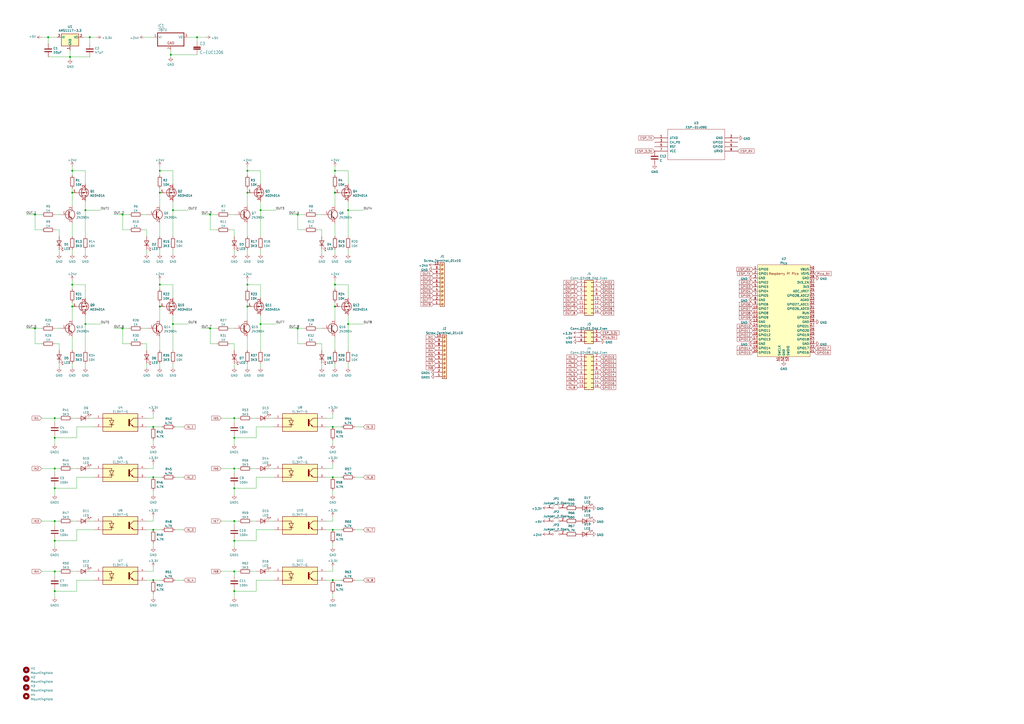
<source format=kicad_sch>
(kicad_sch (version 20211123) (generator eeschema)
  (paper "A2")
  (junction (at 135.89 302.26))
  (junction (at 27.94 21.59))
  (junction (at 41.91 177.8))
  (junction (at 194.31 111.76))
  (junction (at 71.12 124.46))
  (junction (at 41.91 165.1))
  (junction (at 92.71 99.06))
  (junction (at 100.33 121.92))
  (junction (at 194.31 99.06))
  (junction (at 31.75 342.9))
  (junction (at 114.3 21.59))
  (junction (at 88.9 247.65))
  (junction (at 31.75 242.57))
  (junction (at 143.51 165.1))
  (junction (at 31.75 302.26))
  (junction (at 20.32 124.46))
  (junction (at 193.04 336.55))
  (junction (at 92.71 165.1))
  (junction (at 88.9 276.86))
  (junction (at 193.04 307.34))
  (junction (at 194.31 177.8))
  (junction (at 92.71 111.76))
  (junction (at 143.51 111.76))
  (junction (at 52.07 21.59))
  (junction (at 194.31 165.1))
  (junction (at 135.89 331.47))
  (junction (at 31.75 254))
  (junction (at 121.92 124.46))
  (junction (at 151.13 121.92))
  (junction (at 151.13 187.96))
  (junction (at 135.89 242.57))
  (junction (at 135.89 313.69))
  (junction (at 100.33 187.96))
  (junction (at 135.89 283.21))
  (junction (at 49.53 187.96))
  (junction (at 40.64 33.02))
  (junction (at 99.06 31.75))
  (junction (at 121.92 190.5))
  (junction (at 143.51 177.8))
  (junction (at 135.89 254))
  (junction (at 193.04 276.86))
  (junction (at 135.89 342.9))
  (junction (at 20.32 190.5))
  (junction (at 92.71 177.8))
  (junction (at 143.51 99.06))
  (junction (at 31.75 331.47))
  (junction (at 135.89 271.78))
  (junction (at 31.75 313.69))
  (junction (at 88.9 307.34))
  (junction (at 201.93 121.92))
  (junction (at 88.9 336.55))
  (junction (at 31.75 271.78))
  (junction (at 31.75 283.21))
  (junction (at 71.12 190.5))
  (junction (at 41.91 111.76))
  (junction (at 172.72 124.46))
  (junction (at 41.91 99.06))
  (junction (at 49.53 121.92))
  (junction (at 193.04 247.65))
  (junction (at 172.72 190.5))
  (junction (at 201.93 187.96))
  (no_connect (at 15.24 398.78))
  (no_connect (at 15.24 388.62))
  (no_connect (at 15.24 393.7))
  (wire (pts (xy 194.31 210.82) (xy 194.31 213.36)))
  (wire (pts (xy 31.75 242.57) (xy 31.75 245.11)))
  (wire (pts (xy 31.75 252.73) (xy 31.75 254)))
  (wire (pts (xy 109.22 21.59) (xy 114.3 21.59)))
  (wire (pts (xy 148.59 283.21) (xy 135.89 283.21)))
  (wire (pts (xy 88.9 314.96) (xy 88.9 317.5)))
  (wire (pts (xy 135.89 302.26) (xy 138.43 302.26)))
  (wire (pts (xy 31.75 242.57) (xy 34.29 242.57)))
  (wire (pts (xy 41.91 96.52) (xy 41.91 99.06)))
  (wire (pts (xy 34.29 199.39) (xy 34.29 203.2)))
  (wire (pts (xy 135.89 199.39) (xy 135.89 203.2)))
  (wire (pts (xy 135.89 144.78) (xy 135.89 147.32)))
  (wire (pts (xy 41.91 109.22) (xy 41.91 111.76)))
  (wire (pts (xy 66.04 124.46) (xy 71.12 124.46)))
  (wire (pts (xy 156.21 331.47) (xy 158.75 331.47)))
  (wire (pts (xy 151.13 106.68) (xy 151.13 99.06)))
  (wire (pts (xy 24.13 331.47) (xy 31.75 331.47)))
  (wire (pts (xy 205.74 276.86) (xy 210.82 276.86)))
  (wire (pts (xy 85.09 271.78) (xy 88.9 271.78)))
  (wire (pts (xy 54.61 336.55) (xy 44.45 336.55)))
  (wire (pts (xy 49.53 144.78) (xy 49.53 147.32)))
  (wire (pts (xy 71.12 190.5) (xy 71.12 199.39)))
  (wire (pts (xy 41.91 331.47) (xy 44.45 331.47)))
  (wire (pts (xy 44.45 283.21) (xy 31.75 283.21)))
  (wire (pts (xy 121.92 124.46) (xy 121.92 133.35)))
  (wire (pts (xy 85.09 247.65) (xy 88.9 247.65)))
  (wire (pts (xy 148.59 342.9) (xy 135.89 342.9)))
  (wire (pts (xy 193.04 302.26) (xy 193.04 299.72)))
  (wire (pts (xy 15.24 124.46) (xy 20.32 124.46)))
  (wire (pts (xy 201.93 121.92) (xy 210.82 121.92)))
  (wire (pts (xy 41.91 99.06) (xy 41.91 101.6)))
  (wire (pts (xy 121.92 124.46) (xy 125.73 124.46)))
  (wire (pts (xy 189.23 336.55) (xy 193.04 336.55)))
  (wire (pts (xy 92.71 109.22) (xy 92.71 111.76)))
  (wire (pts (xy 92.71 99.06) (xy 92.71 101.6)))
  (wire (pts (xy 135.89 331.47) (xy 135.89 334.01)))
  (wire (pts (xy 151.13 99.06) (xy 143.51 99.06)))
  (wire (pts (xy 31.75 124.46) (xy 34.29 124.46)))
  (wire (pts (xy 52.07 25.4) (xy 52.07 21.59)))
  (wire (pts (xy 128.27 242.57) (xy 135.89 242.57)))
  (wire (pts (xy 156.21 271.78) (xy 158.75 271.78)))
  (wire (pts (xy 121.92 199.39) (xy 125.73 199.39)))
  (wire (pts (xy 54.61 247.65) (xy 44.45 247.65)))
  (wire (pts (xy 49.53 116.84) (xy 49.53 121.92)))
  (wire (pts (xy 184.15 133.35) (xy 186.69 133.35)))
  (wire (pts (xy 148.59 313.69) (xy 135.89 313.69)))
  (wire (pts (xy 158.75 307.34) (xy 148.59 307.34)))
  (wire (pts (xy 31.75 341.63) (xy 31.75 342.9)))
  (wire (pts (xy 88.9 336.55) (xy 93.98 336.55)))
  (wire (pts (xy 205.74 336.55) (xy 210.82 336.55)))
  (wire (pts (xy 114.3 21.59) (xy 114.3 24.13)))
  (wire (pts (xy 27.94 21.59) (xy 27.94 25.4)))
  (wire (pts (xy 151.13 144.78) (xy 151.13 147.32)))
  (wire (pts (xy 82.55 190.5) (xy 85.09 190.5)))
  (wire (pts (xy 100.33 210.82) (xy 100.33 213.36)))
  (wire (pts (xy 135.89 271.78) (xy 138.43 271.78)))
  (wire (pts (xy 167.64 124.46) (xy 172.72 124.46)))
  (wire (pts (xy 100.33 182.88) (xy 100.33 187.96)))
  (wire (pts (xy 151.13 172.72) (xy 151.13 165.1)))
  (wire (pts (xy 20.32 124.46) (xy 20.32 133.35)))
  (wire (pts (xy 201.93 106.68) (xy 201.93 99.06)))
  (wire (pts (xy 167.64 190.5) (xy 172.72 190.5)))
  (wire (pts (xy 133.35 199.39) (xy 135.89 199.39)))
  (wire (pts (xy 194.31 162.56) (xy 194.31 165.1)))
  (wire (pts (xy 201.93 165.1) (xy 194.31 165.1)))
  (wire (pts (xy 135.89 210.82) (xy 135.89 213.36)))
  (wire (pts (xy 20.32 133.35) (xy 24.13 133.35)))
  (wire (pts (xy 34.29 210.82) (xy 34.29 213.36)))
  (wire (pts (xy 52.07 302.26) (xy 54.61 302.26)))
  (wire (pts (xy 172.72 190.5) (xy 176.53 190.5)))
  (wire (pts (xy 31.75 342.9) (xy 31.75 346.71)))
  (wire (pts (xy 172.72 124.46) (xy 172.72 133.35)))
  (wire (pts (xy 31.75 331.47) (xy 31.75 334.01)))
  (wire (pts (xy 99.06 29.21) (xy 99.06 31.75)))
  (wire (pts (xy 85.09 307.34) (xy 88.9 307.34)))
  (wire (pts (xy 189.23 307.34) (xy 193.04 307.34)))
  (wire (pts (xy 52.07 271.78) (xy 54.61 271.78)))
  (wire (pts (xy 135.89 133.35) (xy 135.89 137.16)))
  (wire (pts (xy 92.71 175.26) (xy 92.71 177.8)))
  (wire (pts (xy 143.51 177.8) (xy 143.51 185.42)))
  (wire (pts (xy 143.51 96.52) (xy 143.51 99.06)))
  (wire (pts (xy 41.91 177.8) (xy 41.91 185.42)))
  (wire (pts (xy 44.45 336.55) (xy 44.45 342.9)))
  (wire (pts (xy 135.89 242.57) (xy 138.43 242.57)))
  (wire (pts (xy 201.93 187.96) (xy 210.82 187.96)))
  (wire (pts (xy 205.74 247.65) (xy 210.82 247.65)))
  (wire (pts (xy 135.89 302.26) (xy 135.89 304.8)))
  (wire (pts (xy 193.04 247.65) (xy 198.12 247.65)))
  (wire (pts (xy 193.04 242.57) (xy 193.04 240.03)))
  (wire (pts (xy 148.59 276.86) (xy 148.59 283.21)))
  (wire (pts (xy 135.89 252.73) (xy 135.89 254)))
  (wire (pts (xy 44.45 342.9) (xy 31.75 342.9)))
  (wire (pts (xy 92.71 111.76) (xy 92.71 119.38)))
  (wire (pts (xy 54.61 276.86) (xy 44.45 276.86)))
  (wire (pts (xy 88.9 331.47) (xy 88.9 328.93)))
  (wire (pts (xy 27.94 21.59) (xy 33.02 21.59)))
  (wire (pts (xy 143.51 175.26) (xy 143.51 177.8)))
  (wire (pts (xy 88.9 271.78) (xy 88.9 269.24)))
  (wire (pts (xy 99.06 31.75) (xy 114.3 31.75)))
  (wire (pts (xy 85.09 276.86) (xy 88.9 276.86)))
  (wire (pts (xy 201.93 99.06) (xy 194.31 99.06)))
  (wire (pts (xy 41.91 144.78) (xy 41.91 147.32)))
  (wire (pts (xy 201.93 116.84) (xy 201.93 121.92)))
  (wire (pts (xy 92.71 210.82) (xy 92.71 213.36)))
  (wire (pts (xy 85.09 133.35) (xy 85.09 137.16)))
  (wire (pts (xy 135.89 281.94) (xy 135.89 283.21)))
  (wire (pts (xy 133.35 124.46) (xy 135.89 124.46)))
  (wire (pts (xy 101.6 276.86) (xy 106.68 276.86)))
  (wire (pts (xy 92.71 96.52) (xy 92.71 99.06)))
  (wire (pts (xy 31.75 302.26) (xy 34.29 302.26)))
  (wire (pts (xy 24.13 271.78) (xy 31.75 271.78)))
  (wire (pts (xy 31.75 271.78) (xy 34.29 271.78)))
  (wire (pts (xy 151.13 121.92) (xy 160.02 121.92)))
  (wire (pts (xy 172.72 124.46) (xy 176.53 124.46)))
  (wire (pts (xy 52.07 331.47) (xy 54.61 331.47)))
  (wire (pts (xy 52.07 21.59) (xy 55.88 21.59)))
  (wire (pts (xy 100.33 99.06) (xy 92.71 99.06)))
  (wire (pts (xy 82.55 133.35) (xy 85.09 133.35)))
  (wire (pts (xy 49.53 187.96) (xy 58.42 187.96)))
  (wire (pts (xy 41.91 129.54) (xy 41.91 137.16)))
  (wire (pts (xy 85.09 210.82) (xy 85.09 213.36)))
  (wire (pts (xy 31.75 312.42) (xy 31.75 313.69)))
  (wire (pts (xy 151.13 182.88) (xy 151.13 187.96)))
  (wire (pts (xy 92.71 177.8) (xy 92.71 185.42)))
  (wire (pts (xy 194.31 165.1) (xy 194.31 167.64)))
  (wire (pts (xy 85.09 144.78) (xy 85.09 147.32)))
  (wire (pts (xy 151.13 187.96) (xy 160.02 187.96)))
  (wire (pts (xy 135.89 341.63) (xy 135.89 342.9)))
  (wire (pts (xy 31.75 302.26) (xy 31.75 304.8)))
  (wire (pts (xy 71.12 199.39) (xy 74.93 199.39)))
  (wire (pts (xy 41.91 271.78) (xy 44.45 271.78)))
  (wire (pts (xy 128.27 331.47) (xy 135.89 331.47)))
  (wire (pts (xy 133.35 133.35) (xy 135.89 133.35)))
  (wire (pts (xy 189.23 242.57) (xy 193.04 242.57)))
  (wire (pts (xy 121.92 190.5) (xy 125.73 190.5)))
  (wire (pts (xy 41.91 302.26) (xy 44.45 302.26)))
  (wire (pts (xy 44.45 276.86) (xy 44.45 283.21)))
  (wire (pts (xy 151.13 116.84) (xy 151.13 121.92)))
  (wire (pts (xy 44.45 254) (xy 31.75 254)))
  (wire (pts (xy 193.04 344.17) (xy 193.04 346.71)))
  (wire (pts (xy 40.64 33.02) (xy 52.07 33.02)))
  (wire (pts (xy 135.89 283.21) (xy 135.89 287.02)))
  (wire (pts (xy 135.89 242.57) (xy 135.89 245.11)))
  (wire (pts (xy 27.94 33.02) (xy 40.64 33.02)))
  (wire (pts (xy 172.72 133.35) (xy 176.53 133.35)))
  (wire (pts (xy 44.45 313.69) (xy 31.75 313.69)))
  (wire (pts (xy 184.15 190.5) (xy 186.69 190.5)))
  (wire (pts (xy 52.07 242.57) (xy 54.61 242.57)))
  (wire (pts (xy 143.51 165.1) (xy 143.51 167.64)))
  (wire (pts (xy 133.35 190.5) (xy 135.89 190.5)))
  (wire (pts (xy 31.75 199.39) (xy 34.29 199.39)))
  (wire (pts (xy 135.89 331.47) (xy 138.43 331.47)))
  (wire (pts (xy 128.27 271.78) (xy 135.89 271.78)))
  (wire (pts (xy 193.04 284.48) (xy 193.04 287.02)))
  (wire (pts (xy 151.13 121.92) (xy 151.13 137.16)))
  (wire (pts (xy 148.59 254) (xy 135.89 254)))
  (wire (pts (xy 49.53 165.1) (xy 41.91 165.1)))
  (wire (pts (xy 49.53 172.72) (xy 49.53 165.1)))
  (wire (pts (xy 135.89 254) (xy 135.89 257.81)))
  (wire (pts (xy 121.92 190.5) (xy 121.92 199.39)))
  (wire (pts (xy 143.51 144.78) (xy 143.51 147.32)))
  (wire (pts (xy 24.13 302.26) (xy 31.75 302.26)))
  (wire (pts (xy 20.32 190.5) (xy 20.32 199.39)))
  (wire (pts (xy 20.32 124.46) (xy 24.13 124.46)))
  (wire (pts (xy 193.04 276.86) (xy 198.12 276.86)))
  (wire (pts (xy 40.64 33.02) (xy 40.64 34.29)))
  (wire (pts (xy 66.04 190.5) (xy 71.12 190.5)))
  (wire (pts (xy 194.31 99.06) (xy 194.31 101.6)))
  (wire (pts (xy 71.12 133.35) (xy 74.93 133.35)))
  (wire (pts (xy 54.61 307.34) (xy 44.45 307.34)))
  (wire (pts (xy 135.89 312.42) (xy 135.89 313.69)))
  (wire (pts (xy 156.21 242.57) (xy 158.75 242.57)))
  (wire (pts (xy 88.9 284.48) (xy 88.9 287.02)))
  (wire (pts (xy 193.04 314.96) (xy 193.04 317.5)))
  (wire (pts (xy 85.09 199.39) (xy 85.09 203.2)))
  (wire (pts (xy 143.51 162.56) (xy 143.51 165.1)))
  (wire (pts (xy 82.55 199.39) (xy 85.09 199.39)))
  (wire (pts (xy 20.32 190.5) (xy 24.13 190.5)))
  (wire (pts (xy 92.71 165.1) (xy 92.71 167.64)))
  (wire (pts (xy 49.53 187.96) (xy 49.53 203.2)))
  (wire (pts (xy 100.33 116.84) (xy 100.33 121.92)))
  (wire (pts (xy 83.82 21.59) (xy 88.9 21.59)))
  (wire (pts (xy 31.75 254) (xy 31.75 257.81)))
  (wire (pts (xy 193.04 255.27) (xy 193.04 257.81)))
  (wire (pts (xy 41.91 195.58) (xy 41.91 203.2)))
  (wire (pts (xy 158.75 336.55) (xy 148.59 336.55)))
  (wire (pts (xy 189.23 247.65) (xy 193.04 247.65)))
  (wire (pts (xy 189.23 271.78) (xy 193.04 271.78)))
  (wire (pts (xy 100.33 121.92) (xy 109.22 121.92)))
  (wire (pts (xy 49.53 210.82) (xy 49.53 213.36)))
  (wire (pts (xy 194.31 144.78) (xy 194.31 147.32)))
  (wire (pts (xy 41.91 111.76) (xy 41.91 119.38)))
  (wire (pts (xy 193.04 271.78) (xy 193.04 269.24)))
  (wire (pts (xy 88.9 255.27) (xy 88.9 257.81)))
  (wire (pts (xy 100.33 165.1) (xy 92.71 165.1)))
  (wire (pts (xy 201.93 210.82) (xy 201.93 213.36)))
  (wire (pts (xy 41.91 210.82) (xy 41.91 213.36)))
  (wire (pts (xy 143.51 210.82) (xy 143.51 213.36)))
  (wire (pts (xy 34.29 144.78) (xy 34.29 147.32)))
  (wire (pts (xy 194.31 177.8) (xy 194.31 185.42)))
  (wire (pts (xy 88.9 344.17) (xy 88.9 346.71)))
  (wire (pts (xy 100.33 106.68) (xy 100.33 99.06)))
  (wire (pts (xy 151.13 165.1) (xy 143.51 165.1)))
  (wire (pts (xy 44.45 247.65) (xy 44.45 254)))
  (wire (pts (xy 88.9 247.65) (xy 93.98 247.65)))
  (wire (pts (xy 24.13 242.57) (xy 31.75 242.57)))
  (wire (pts (xy 184.15 124.46) (xy 186.69 124.46)))
  (wire (pts (xy 193.04 331.47) (xy 193.04 328.93)))
  (wire (pts (xy 189.23 331.47) (xy 193.04 331.47)))
  (wire (pts (xy 44.45 307.34) (xy 44.45 313.69)))
  (wire (pts (xy 101.6 247.65) (xy 106.68 247.65)))
  (wire (pts (xy 193.04 336.55) (xy 198.12 336.55)))
  (wire (pts (xy 31.75 133.35) (xy 34.29 133.35)))
  (wire (pts (xy 201.93 182.88) (xy 201.93 187.96)))
  (wire (pts (xy 49.53 106.68) (xy 49.53 99.06)))
  (wire (pts (xy 49.53 182.88) (xy 49.53 187.96)))
  (wire (pts (xy 31.75 281.94) (xy 31.75 283.21)))
  (wire (pts (xy 189.23 276.86) (xy 193.04 276.86)))
  (wire (pts (xy 41.91 162.56) (xy 41.91 165.1)))
  (wire (pts (xy 99.06 31.75) (xy 99.06 33.02)))
  (wire (pts (xy 40.64 29.21) (xy 40.64 33.02)))
  (wire (pts (xy 85.09 331.47) (xy 88.9 331.47)))
  (wire (pts (xy 116.84 124.46) (xy 121.92 124.46)))
  (wire (pts (xy 34.29 133.35) (xy 34.29 137.16)))
  (wire (pts (xy 135.89 313.69) (xy 135.89 317.5)))
  (wire (pts (xy 146.05 271.78) (xy 148.59 271.78)))
  (wire (pts (xy 15.24 190.5) (xy 20.32 190.5)))
  (wire (pts (xy 31.75 190.5) (xy 34.29 190.5)))
  (wire (pts (xy 100.33 144.78) (xy 100.33 147.32)))
  (wire (pts (xy 128.27 302.26) (xy 135.89 302.26)))
  (wire (pts (xy 49.53 121.92) (xy 58.42 121.92)))
  (wire (pts (xy 88.9 242.57) (xy 88.9 240.03)))
  (wire (pts (xy 88.9 302.26) (xy 88.9 299.72)))
  (wire (pts (xy 186.69 144.78) (xy 186.69 147.32)))
  (wire (pts (xy 48.26 21.59) (xy 52.07 21.59)))
  (wire (pts (xy 186.69 210.82) (xy 186.69 213.36)))
  (wire (pts (xy 143.51 99.06) (xy 143.51 101.6)))
  (wire (pts (xy 41.91 175.26) (xy 41.91 177.8)))
  (wire (pts (xy 121.92 133.35) (xy 125.73 133.35)))
  (wire (pts (xy 151.13 210.82) (xy 151.13 213.36)))
  (wire (pts (xy 41.91 165.1) (xy 41.91 167.64)))
  (wire (pts (xy 49.53 121.92) (xy 49.53 137.16)))
  (wire (pts (xy 201.93 144.78) (xy 201.93 147.32)))
  (wire (pts (xy 143.51 111.76) (xy 143.51 119.38)))
  (wire (pts (xy 85.09 242.57) (xy 88.9 242.57)))
  (wire (pts (xy 148.59 307.34) (xy 148.59 313.69)))
  (wire (pts (xy 194.31 96.52) (xy 194.31 99.06)))
  (wire (pts (xy 71.12 190.5) (xy 74.93 190.5)))
  (wire (pts (xy 92.71 129.54) (xy 92.71 137.16)))
  (wire (pts (xy 158.75 247.65) (xy 148.59 247.65)))
  (wire (pts (xy 92.71 195.58) (xy 92.71 203.2)))
  (wire (pts (xy 146.05 302.26) (xy 148.59 302.26)))
  (wire (pts (xy 114.3 21.59) (xy 119.38 21.59)))
  (wire (pts (xy 194.31 129.54) (xy 194.31 137.16)))
  (wire (pts (xy 71.12 124.46) (xy 71.12 133.35)))
  (wire (pts (xy 82.55 124.46) (xy 85.09 124.46)))
  (wire (pts (xy 101.6 307.34) (xy 106.68 307.34)))
  (wire (pts (xy 31.75 331.47) (xy 34.29 331.47)))
  (wire (pts (xy 88.9 307.34) (xy 93.98 307.34)))
  (wire (pts (xy 24.13 21.59) (xy 27.94 21.59)))
  (wire (pts (xy 31.75 283.21) (xy 31.75 287.02)))
  (wire (pts (xy 201.93 187.96) (xy 201.93 203.2)))
  (wire (pts (xy 71.12 124.46) (xy 74.93 124.46)))
  (wire (pts (xy 156.21 302.26) (xy 158.75 302.26)))
  (wire (pts (xy 194.31 175.26) (xy 194.31 177.8)))
  (wire (pts (xy 135.89 342.9) (xy 135.89 346.71)))
  (wire (pts (xy 158.75 276.86) (xy 148.59 276.86)))
  (wire (pts (xy 143.51 109.22) (xy 143.51 111.76)))
  (wire (pts (xy 31.75 271.78) (xy 31.75 274.32)))
  (wire (pts (xy 205.74 307.34) (xy 210.82 307.34)))
  (wire (pts (xy 143.51 195.58) (xy 143.51 203.2)))
  (wire (pts (xy 100.33 187.96) (xy 109.22 187.96)))
  (wire (pts (xy 116.84 190.5) (xy 121.92 190.5)))
  (wire (pts (xy 49.53 99.06) (xy 41.91 99.06)))
  (wire (pts (xy 88.9 276.86) (xy 93.98 276.86)))
  (wire (pts (xy 148.59 247.65) (xy 148.59 254)))
  (wire (pts (xy 100.33 187.96) (xy 100.33 203.2)))
  (wire (pts (xy 186.69 199.39) (xy 186.69 203.2)))
  (wire (pts (xy 193.04 307.34) (xy 198.12 307.34)))
  (wire (pts (xy 85.09 302.26) (xy 88.9 302.26)))
  (wire (pts (xy 101.6 336.55) (xy 106.68 336.55)))
  (wire (pts (xy 186.69 133.35) (xy 186.69 137.16)))
  (wire (pts (xy 201.93 121.92) (xy 201.93 137.16)))
  (wire (pts (xy 41.91 242.57) (xy 44.45 242.57)))
  (wire (pts (xy 201.93 172.72) (xy 201.93 165.1)))
  (wire (pts (xy 135.89 271.78) (xy 135.89 274.32)))
  (wire (pts (xy 151.13 187.96) (xy 151.13 203.2)))
  (wire (pts (xy 20.32 199.39) (xy 24.13 199.39)))
  (wire (pts (xy 148.59 336.55) (xy 148.59 342.9)))
  (wire (pts (xy 146.05 331.47) (xy 148.59 331.47)))
  (wire (pts (xy 100.33 121.92) (xy 100.33 137.16)))
  (wire (pts (xy 184.15 199.39) (xy 186.69 199.39)))
  (wire (pts (xy 85.09 336.55) (xy 88.9 336.55)))
  (wire (pts (xy 146.05 242.57) (xy 148.59 242.57)))
  (wire (pts (xy 194.31 195.58) (xy 194.31 203.2)))
  (wire (pts (xy 100.33 172.72) (xy 100.33 165.1)))
  (wire (pts (xy 194.31 109.22) (xy 194.31 111.76)))
  (wire (pts (xy 189.23 302.26) (xy 193.04 302.26)))
  (wire (pts (xy 143.51 129.54) (xy 143.51 137.16)))
  (wire (pts (xy 31.75 313.69) (xy 31.75 317.5)))
  (wire (pts (xy 194.31 111.76) (xy 194.31 119.38)))
  (wire (pts (xy 92.71 162.56) (xy 92.71 165.1)))
  (wire (pts (xy 92.71 144.78) (xy 92.71 147.32)))
  (wire (pts (xy 172.72 199.39) (xy 176.53 199.39)))
  (wire (pts (xy 172.72 190.5) (xy 172.72 199.39)))
  (label "OUT7" (at 160.02 187.96 0))
  (label "OUT_2" (at 66.04 124.46 0))
  (label "OUT3" (at 160.02 121.92 0))
  (label "OUT4" (at 210.82 121.92 0))
  (label "OUT_1" (at 15.24 124.46 0))
  (label "OUT2" (at 109.22 121.92 0))
  (label "OUT_3" (at 116.84 124.46 0))
  (label "OUT_6" (at 66.04 190.5 0))
  (label "OUT_8" (at 167.64 190.5 0))
  (label "OUT5" (at 58.42 187.96 0))
  (label "OUT8" (at 210.82 187.96 0))
  (label "OUT6" (at 109.22 187.96 0))
  (label "OUT_4" (at 167.64 124.46 0))
  (label "OUT1" (at 58.42 121.92 0))
  (label "OUT_7" (at 116.84 190.5 0))
  (label "OUT_5" (at 15.24 190.5 0))
  (global_label "GPIO16" (shape input) (at 472.44 204.47 0) (property "Intersheet References" "${INTERSHEET_REFS}" (effects hide)))
  (global_label "IN_3" (shape input) (at 106.68 307.34 0) (property "Intersheet References" "${INTERSHEET_REFS}" (effects hide)))
  (global_label "IN1" (shape input) (at 24.13 242.57 180) (property "Intersheet References" "${INTERSHEET_REFS}" (effects hide)))
  (global_label "IN_1" (shape input) (at 106.68 247.65 0) (property "Intersheet References" "${INTERSHEET_REFS}" (effects hide)))
  (global_label "GPIO10" (shape input) (at 347.98 207.01 0) (property "Intersheet References" "${INTERSHEET_REFS}" (effects hide)))
  (global_label "Pico_5V" (shape input) (at 347.98 195.58 0) (property "Intersheet References" "${INTERSHEET_REFS}" (effects hide)))
  (global_label "IN6" (shape input) (at 128.27 271.78 180) (property "Intersheet References" "${INTERSHEET_REFS}" (effects hide)))
  (global_label "GPIO7" (shape input) (at 347.98 176.53 0) (property "Intersheet References" "${INTERSHEET_REFS}" (effects hide)))
  (global_label "IN4" (shape input) (at 252.73 203.2 180) (property "Intersheet References" "${INTERSHEET_REFS}" (effects hide)))
  (global_label "IN_1" (shape input) (at 335.28 207.01 180) (property "Intersheet References" "${INTERSHEET_REFS}" (effects hide)))
  (global_label "GPIO16" (shape input) (at 347.98 222.25 0) (property "Intersheet References" "${INTERSHEET_REFS}" (effects hide)))
  (global_label "IN_8" (shape input) (at 335.28 224.79 180) (property "Intersheet References" "${INTERSHEET_REFS}" (effects hide)))
  (global_label "IN_7" (shape input) (at 210.82 307.34 0) (property "Intersheet References" "${INTERSHEET_REFS}" (effects hide)))
  (global_label "IN3" (shape input) (at 24.13 302.26 180) (property "Intersheet References" "${INTERSHEET_REFS}" (effects hide)))
  (global_label "IN_4" (shape input) (at 106.68 336.55 0) (property "Intersheet References" "${INTERSHEET_REFS}" (effects hide)))
  (global_label "GPIO5" (shape input) (at 347.98 171.45 0) (property "Intersheet References" "${INTERSHEET_REFS}" (effects hide)))
  (global_label "GPIO12" (shape input) (at 436.88 194.31 180) (property "Intersheet References" "${INTERSHEET_REFS}" (effects hide)))
  (global_label "ESP_3.3V" (shape input) (at 379.73 87.63 180) (property "Intersheet References" "${INTERSHEET_REFS}" (effects hide)))
  (global_label "GPIO8" (shape input) (at 436.88 181.61 180) (property "Intersheet References" "${INTERSHEET_REFS}" (effects hide)))
  (global_label "IN5" (shape input) (at 128.27 242.57 180) (property "Intersheet References" "${INTERSHEET_REFS}" (effects hide)))
  (global_label "GPIO17" (shape input) (at 347.98 224.79 0) (property "Intersheet References" "${INTERSHEET_REFS}" (effects hide)))
  (global_label "IN7" (shape input) (at 128.27 302.26 180) (property "Intersheet References" "${INTERSHEET_REFS}" (effects hide)))
  (global_label "GPIO14" (shape input) (at 347.98 217.17 0) (property "Intersheet References" "${INTERSHEET_REFS}" (effects hide)))
  (global_label "GPIO15" (shape input) (at 347.98 219.71 0) (property "Intersheet References" "${INTERSHEET_REFS}" (effects hide)))
  (global_label "ESP_RX" (shape input) (at 427.99 87.63 0) (property "Intersheet References" "${INTERSHEET_REFS}" (effects hide)))
  (global_label "IN2" (shape input) (at 24.13 271.78 180) (property "Intersheet References" "${INTERSHEET_REFS}" (effects hide)))
  (global_label "GPIO14" (shape input) (at 436.88 201.93 180) (property "Intersheet References" "${INTERSHEET_REFS}" (effects hide)))
  (global_label "IN_4" (shape input) (at 335.28 214.63 180) (property "Intersheet References" "${INTERSHEET_REFS}" (effects hide)))
  (global_label "IN8" (shape input) (at 128.27 331.47 180) (property "Intersheet References" "${INTERSHEET_REFS}" (effects hide)))
  (global_label "GPIO9" (shape input) (at 347.98 181.61 0) (property "Intersheet References" "${INTERSHEET_REFS}" (effects hide)))
  (global_label "IN_2" (shape input) (at 335.28 209.55 180) (property "Intersheet References" "${INTERSHEET_REFS}" (effects hide)))
  (global_label "IN7" (shape input) (at 252.73 210.82 180) (property "Intersheet References" "${INTERSHEET_REFS}" (effects hide)))
  (global_label "GPIO2" (shape input) (at 347.98 163.83 0) (property "Intersheet References" "${INTERSHEET_REFS}" (effects hide)))
  (global_label "IN3" (shape input) (at 252.73 200.66 180) (property "Intersheet References" "${INTERSHEET_REFS}" (effects hide)))
  (global_label "OUT5" (shape input) (at 251.46 168.91 180) (property "Intersheet References" "${INTERSHEET_REFS}" (effects hide)))
  (global_label "IN_5" (shape input) (at 335.28 217.17 180) (property "Intersheet References" "${INTERSHEET_REFS}" (effects hide)))
  (global_label "OUT3" (shape input) (at 251.46 163.83 180) (property "Intersheet References" "${INTERSHEET_REFS}" (effects hide)))
  (global_label "GPIO4" (shape input) (at 347.98 168.91 0) (property "Intersheet References" "${INTERSHEET_REFS}" (effects hide)))
  (global_label "GPIO10" (shape input) (at 436.88 189.23 180) (property "Intersheet References" "${INTERSHEET_REFS}" (effects hide)))
  (global_label "GPIO12" (shape input) (at 347.98 212.09 0) (property "Intersheet References" "${INTERSHEET_REFS}" (effects hide)))
  (global_label "IN4" (shape input) (at 24.13 331.47 180) (property "Intersheet References" "${INTERSHEET_REFS}" (effects hide)))
  (global_label "OUT_6" (shape input) (at 335.28 176.53 180) (property "Intersheet References" "${INTERSHEET_REFS}" (effects hide)))
  (global_label "OUT1" (shape input) (at 251.46 158.75 180) (property "Intersheet References" "${INTERSHEET_REFS}" (effects hide)))
  (global_label "GPIO7" (shape input) (at 436.88 179.07 180) (property "Intersheet References" "${INTERSHEET_REFS}" (effects hide)))
  (global_label "GPIO3" (shape input) (at 347.98 166.37 0) (property "Intersheet References" "${INTERSHEET_REFS}" (effects hide)))
  (global_label "OUT8" (shape input) (at 251.46 176.53 180) (property "Intersheet References" "${INTERSHEET_REFS}" (effects hide)))
  (global_label "IN_8" (shape input) (at 210.82 336.55 0) (property "Intersheet References" "${INTERSHEET_REFS}" (effects hide)))
  (global_label "IN_6" (shape input) (at 335.28 219.71 180) (property "Intersheet References" "${INTERSHEET_REFS}" (effects hide)))
  (global_label "GPIO9" (shape input) (at 436.88 184.15 180) (property "Intersheet References" "${INTERSHEET_REFS}" (effects hide)))
  (global_label "IN_7" (shape input) (at 335.28 222.25 180) (property "Intersheet References" "${INTERSHEET_REFS}" (effects hide)))
  (global_label "OUT4" (shape input) (at 251.46 166.37 180) (property "Intersheet References" "${INTERSHEET_REFS}" (effects hide)))
  (global_label "ESP_TX" (shape input) (at 379.73 80.01 180) (property "Intersheet References" "${INTERSHEET_REFS}" (effects hide)))
  (global_label "GPIO3" (shape input) (at 436.88 166.37 180) (property "Intersheet References" "${INTERSHEET_REFS}" (effects hide)))
  (global_label "OUT6" (shape input) (at 251.46 171.45 180) (property "Intersheet References" "${INTERSHEET_REFS}" (effects hide)))
  (global_label "OUT_7" (shape input) (at 335.28 179.07 180) (property "Intersheet References" "${INTERSHEET_REFS}" (effects hide)))
  (global_label "GPIO11" (shape input) (at 347.98 209.55 0) (property "Intersheet References" "${INTERSHEET_REFS}" (effects hide)))
  (global_label "OUT_1" (shape input) (at 335.28 163.83 180) (property "Intersheet References" "${INTERSHEET_REFS}" (effects hide)))
  (global_label "ESP_TX" (shape input) (at 436.88 158.75 180) (property "Intersheet References" "${INTERSHEET_REFS}" (effects hide)))
  (global_label "GPIO11" (shape input) (at 436.88 191.77 180) (property "Intersheet References" "${INTERSHEET_REFS}" (effects hide)))
  (global_label "GPIO8" (shape input) (at 347.98 179.07 0) (property "Intersheet References" "${INTERSHEET_REFS}" (effects hide)))
  (global_label "ESP_RX" (shape input) (at 436.88 156.21 180) (property "Intersheet References" "${INTERSHEET_REFS}" (effects hide)))
  (global_label "GPIO5" (shape input) (at 436.88 171.45 180) (property "Intersheet References" "${INTERSHEET_REFS}" (effects hide)))
  (global_label "OUT_5" (shape input) (at 335.28 173.99 180) (property "Intersheet References" "${INTERSHEET_REFS}" (effects hide)))
  (global_label "ESP_3.3V" (shape input) (at 347.98 193.04 0) (property "Intersheet References" "${INTERSHEET_REFS}" (effects hide)))
  (global_label "IN_5" (shape input) (at 210.82 247.65 0) (property "Intersheet References" "${INTERSHEET_REFS}" (effects hide)))
  (global_label "OUT2" (shape input) (at 251.46 161.29 180) (property "Intersheet References" "${INTERSHEET_REFS}" (effects hide)))
  (global_label "GPIO17" (shape input) (at 472.44 201.93 0) (property "Intersheet References" "${INTERSHEET_REFS}" (effects hide)))
  (global_label "OUT_2" (shape input) (at 335.28 166.37 180) (property "Intersheet References" "${INTERSHEET_REFS}" (effects hide)))
  (global_label "Pico_5V" (shape input) (at 472.44 158.75 0) (property "Intersheet References" "${INTERSHEET_REFS}" (effects hide)))
  (global_label "IN1" (shape input) (at 252.73 195.58 180) (property "Intersheet References" "${INTERSHEET_REFS}" (effects hide)))
  (global_label "OUT_8" (shape input) (at 335.28 181.61 180) (property "Intersheet References" "${INTERSHEET_REFS}" (effects hide)))
  (global_label "GPIO13" (shape input) (at 436.88 196.85 180) (property "Intersheet References" "${INTERSHEET_REFS}" (effects hide)))
  (global_label "OUT_4" (shape input) (at 335.28 171.45 180) (property "Intersheet References" "${INTERSHEET_REFS}" (effects hide)))
  (global_label "GPIO15" (shape input) (at 436.88 204.47 180) (property "Intersheet References" "${INTERSHEET_REFS}" (effects hide)))
  (global_label "IN5" (shape input) (at 252.73 205.74 180) (property "Intersheet References" "${INTERSHEET_REFS}" (effects hide)))
  (global_label "OUT_3" (shape input) (at 335.28 168.91 180) (property "Intersheet References" "${INTERSHEET_REFS}" (effects hide)))
  (global_label "GPIO13" (shape input) (at 347.98 214.63 0) (property "Intersheet References" "${INTERSHEET_REFS}" (effects hide)))
  (global_label "GPIO6" (shape input) (at 347.98 173.99 0) (property "Intersheet References" "${INTERSHEET_REFS}" (effects hide)))
  (global_label "IN_2" (shape input) (at 106.68 276.86 0) (property "Intersheet References" "${INTERSHEET_REFS}" (effects hide)))
  (global_label "IN6" (shape input) (at 252.73 208.28 180) (property "Intersheet References" "${INTERSHEET_REFS}" (effects hide)))
  (global_label "GPIO4" (shape input) (at 436.88 168.91 180) (property "Intersheet References" "${INTERSHEET_REFS}" (effects hide)))
  (global_label "OUT7" (shape input) (at 251.46 173.99 180) (property "Intersheet References" "${INTERSHEET_REFS}" (effects hide)))
  (global_label "IN_6" (shape input) (at 210.82 276.86 0) (property "Intersheet References" "${INTERSHEET_REFS}" (effects hide)))
  (global_label "IN8" (shape input) (at 252.73 213.36 180) (property "Intersheet References" "${INTERSHEET_REFS}" (effects hide)))
  (global_label "GPIO2" (shape input) (at 436.88 163.83 180) (property "Intersheet References" "${INTERSHEET_REFS}" (effects hide)))
  (global_label "GPIO6" (shape input) (at 436.88 176.53 180) (property "Intersheet References" "${INTERSHEET_REFS}" (effects hide)))
  (global_label "IN2" (shape input) (at 252.73 198.12 180) (property "Intersheet References" "${INTERSHEET_REFS}" (effects hide)))
  (global_label "IN_3" (shape input) (at 335.28 212.09 180) (property "Intersheet References" "${INTERSHEET_REFS}" (effects hide)))
  (symbol (lib_id "power:GND") (at 194.31 147.32 0) (unit 1)
    (property "Reference" "#PWR020" (effects hide))
    (property "Value" "GND" (at 194.31 151.7634 0))
  )
  (symbol (lib_id "Device:R") (at 143.51 171.45 0) (unit 1)
    (property "Reference" "R23" (at 145.288 170.6153 0) (effects (justify left)))
    (property "Value" "10K" (at 145.288 173.1522 0) (effects (justify left)))
    (property "Footprint" "Resistor_SMD:R_0603_1608Metric" (effects hide))
    (property "LCSC" "C25804" (effects hide))
  )
  (symbol (lib_id "power:+5V") (at 119.38 21.59 270) (unit 1)
    (property "Reference" "#PWR039" (effects hide))
    (property "Value" "+5V" (at 122.555 22.0238 90) (effects (justify left)))
  )
  (symbol (lib_id "Transistor_BJT:2N3904") (at 39.37 124.46 0) (unit 1)
    (property "Reference" "Q5" (at 44.2214 123.6253 0) (effects (justify left)))
    (property "Value" "2N3904" (at 44.2214 126.1622 0) (effects (justify left)))
    (property "Footprint" "Package_TO_SOT_SMD:SOT-23" (effects hide))
    (property "Datasheet" "https://www.onsemi.com/pub/Collateral/2N3903-D.PDF" (effects hide))
    (property "LCSC" "C20526" (effects hide))
  )
  (symbol (lib_id "Pi_Pico:Pico") (at 454.66 180.34 0) (unit 1)
    (property "Reference" "U2" (at 454.66 150.0972 0))
    (property "Value" "Pico" (at 454.66 152.6341 0))
    (property "Footprint" "Pi_Pico:RPi_Pico_SMD_TH" (effects hide))
  )
  (symbol (lib_id "rgbww32c3-eagle-import:78TV") (at 99.06 21.59 0) (unit 1)
    (property "Reference" "IC1" (at 91.44 15.875 0) (effects (font (size 1.778 1.5113)) (justify left bottom)))
    (property "Value" "78TV" (at 91.44 18.415 0) (effects (font (size 1.778 1.5113)) (justify left bottom)))
    (property "Footprint" "Package_TO_SOT_THT:TO-220-3_Horizontal_TabUp" (effects hide))
  )
  (symbol (lib_id "Device:R") (at 41.91 140.97 0) (unit 1)
    (property "Reference" "R13" (at 43.688 140.1353 0) (effects (justify left)))
    (property "Value" "3K3" (at 43.688 142.6722 0) (effects (justify left)))
    (property "Footprint" "Resistor_SMD:R_0603_1608Metric" (effects hide))
    (property "LCSC" "C22978" (effects hide))
  )
  (symbol (lib_id "Transistor_BJT:2N3904") (at 140.97 190.5 0) (unit 1)
    (property "Reference" "Q15" (at 145.8214 189.6653 0) (effects (justify left)))
    (property "Value" "2N3904" (at 145.8214 192.2022 0) (effects (justify left)))
    (property "Footprint" "Package_TO_SOT_SMD:SOT-23" (effects hide))
    (property "Datasheet" "https://www.onsemi.com/pub/Collateral/2N3903-D.PDF" (effects hide))
    (property "LCSC" "C20526" (effects hide))
  )
  (symbol (lib_id "Connector_Generic:Conn_02x03_Odd_Even") (at 342.9 195.58 0) (mirror y) (unit 1)
    (property "Reference" "J3" (at 341.63 188.0702 0))
    (property "Value" "Conn_02x03_Odd_Even" (at 341.63 190.6071 0))
    (property "Footprint" "Connector_PinHeader_2.54mm:PinHeader_2x03_P2.54mm_Vertical" (effects hide))
  )
  (symbol (lib_id "Device:C") (at 31.75 337.82 0) (unit 1)
    (property "Reference" "C7" (at 34.671 336.9853 0) (effects (justify left)))
    (property "Value" "100n" (at 34.671 339.5222 0) (effects (justify left)))
    (property "Footprint" "Capacitor_SMD:C_0805_2012Metric_Pad1.18x1.45mm_HandSolder" (effects hide))
    (property "LCSC" "C49678" (effects hide))
  )
  (symbol (lib_id "Transistor_FET:AO3401A") (at 199.39 111.76 0) (mirror x) (unit 1)
    (property "Reference" "Q4" (at 204.597 110.9253 0) (effects (justify left)))
    (property "Value" "AO3401A" (at 204.597 113.4622 0) (effects (justify left)))
    (property "Footprint" "Package_TO_SOT_SMD:SOT-23" (effects hide))
    (property "Datasheet" "http://www.aosmd.com/pdfs/datasheet/AO3401A.pdf" (effects hide))
    (property "LCSC" "C15127" (effects hide))
  )
  (symbol (lib_id "Transistor_BJT:2N3904") (at 140.97 124.46 0) (unit 1)
    (property "Reference" "Q7" (at 145.8214 123.6253 0) (effects (justify left)))
    (property "Value" "2N3904" (at 145.8214 126.1622 0) (effects (justify left)))
    (property "Footprint" "Package_TO_SOT_SMD:SOT-23" (effects hide))
    (property "Datasheet" "https://www.onsemi.com/pub/Collateral/2N3903-D.PDF" (effects hide))
    (property "LCSC" "C20526" (effects hide))
  )
  (symbol (lib_id "power:+3.3V") (at 317.5 294.64 90) (unit 1)
    (property "Reference" "#PWR0129" (effects hide))
    (property "Value" "+3.3V" (at 314.325 295.0738 90) (effects (justify left)))
  )
  (symbol (lib_id "Device:R") (at 38.1 302.26 90) (unit 1)
    (property "Reference" "R47" (at 38.1 297.5442 90))
    (property "Value" "3K3" (at 38.1 300.0811 90))
    (property "Footprint" "Resistor_SMD:R_0603_1608Metric" (effects hide))
    (property "LCSC" "C22978" (effects hide))
  )
  (symbol (lib_id "power:GND") (at 436.88 199.39 270) (unit 1)
    (property "Reference" "#PWR0120" (effects hide))
    (property "Value" "GND" (at 433.7051 199.8238 90) (effects (justify right)))
  )
  (symbol (lib_id "EL3H7:EL3H7-G") (at 69.85 245.11 0) (unit 1)
    (property "Reference" "U4" (at 69.85 236.3302 0))
    (property "Value" "EL3H7-G" (at 69.85 238.8671 0))
    (property "Footprint" "EL3H7:SOIC127P700X200-4N" (effects hide))
    (property "PARTREV" "7" (effects hide))
    (property "MANUFACTURER" "EVERLIGHT" (effects hide))
    (property "MAXIMUM_PACKAGE_HEIGHT" "2 mm" (effects hide))
    (property "STANDARD" "Manufacturer Recommendations" (effects hide))
    (property "LCSC" "C32565" (effects hide))
  )
  (symbol (lib_id "power:GND") (at 454.66 209.55 0) (unit 1)
    (property "Reference" "#PWR0127" (effects hide))
    (property "Value" "GND" (at 454.66 213.9934 0))
  )
  (symbol (lib_id "power:GND") (at 427.99 80.01 90) (unit 1)
    (property "Reference" "#PWR0128" (effects hide))
    (property "Value" "GND" (at 431.165 80.4438 90) (effects (justify right)))
  )
  (symbol (lib_id "Device:R") (at 41.91 207.01 0) (unit 1)
    (property "Reference" "R33" (at 43.688 206.1753 0) (effects (justify left)))
    (property "Value" "3K3" (at 43.688 208.7122 0) (effects (justify left)))
    (property "Footprint" "Resistor_SMD:R_0603_1608Metric" (effects hide))
    (property "LCSC" "C22978" (effects hide))
  )
  (symbol (lib_id "power:GND") (at 41.91 147.32 0) (unit 1)
    (property "Reference" "#PWR011" (effects hide))
    (property "Value" "GND" (at 41.91 151.7634 0))
  )
  (symbol (lib_id "Device:R") (at 100.33 140.97 0) (unit 1)
    (property "Reference" "R16" (at 102.108 140.1353 0) (effects (justify left)))
    (property "Value" "10K" (at 102.108 142.6722 0) (effects (justify left)))
    (property "Footprint" "Resistor_SMD:R_0603_1608Metric" (effects hide))
    (property "LCSC" "C25804" (effects hide))
  )
  (symbol (lib_id "power:GND") (at 151.13 213.36 0) (unit 1)
    (property "Reference" "#PWR034" (effects hide))
    (property "Value" "GND" (at 151.13 217.8034 0))
  )
  (symbol (lib_id "Device:C") (at 135.89 278.13 0) (unit 1)
    (property "Reference" "C9" (at 138.811 277.2953 0) (effects (justify left)))
    (property "Value" "100n" (at 138.811 279.8322 0) (effects (justify left)))
    (property "Footprint" "Capacitor_SMD:C_0805_2012Metric_Pad1.18x1.45mm_HandSolder" (effects hide))
    (property "LCSC" "C49678" (effects hide))
  )
  (symbol (lib_id "Device:LED") (at 135.89 140.97 90) (unit 1)
    (property "Reference" "D3" (at 138.811 141.7228 90) (effects (justify right)))
    (property "Value" "LED" (at 138.811 144.2597 90) (effects (justify right)))
    (property "Footprint" "LED_SMD:LED_0805_2012Metric" (effects hide))
    (property "LCSC" "C84256" (effects hide))
  )
  (symbol (lib_id "power:GND") (at 186.69 147.32 0) (unit 1)
    (property "Reference" "#PWR019" (effects hide))
    (property "Value" "GND" (at 186.69 151.7634 0))
  )
  (symbol (lib_id "Device:R") (at 92.71 140.97 0) (unit 1)
    (property "Reference" "R15" (at 94.488 140.1353 0) (effects (justify left)))
    (property "Value" "3K3" (at 94.488 142.6722 0) (effects (justify left)))
    (property "Footprint" "Resistor_SMD:R_0603_1608Metric" (effects hide))
    (property "LCSC" "C22978" (effects hide))
  )
  (symbol (lib_id "Device:R") (at 201.93 336.55 90) (unit 1)
    (property "Reference" "R63" (at 201.93 331.8342 90))
    (property "Value" "4.7K" (at 201.93 334.3711 90))
    (property "Footprint" "Resistor_SMD:R_0603_1608Metric" (effects hide))
    (property "LCSC" "C23162" (effects hide))
  )
  (symbol (lib_id "Device:R") (at 38.1 331.47 90) (unit 1)
    (property "Reference" "R50" (at 38.1 326.7542 90))
    (property "Value" "3K3" (at 38.1 329.2911 90))
    (property "Footprint" "Resistor_SMD:R_0603_1608Metric" (effects hide))
    (property "LCSC" "C22978" (effects hide))
  )
  (symbol (lib_id "EL3H7:EL3H7-G") (at 173.99 334.01 0) (unit 1)
    (property "Reference" "U11" (at 173.99 325.2302 0))
    (property "Value" "EL3H7-G" (at 173.99 327.7671 0))
    (property "Footprint" "EL3H7:SOIC127P700X200-4N" (effects hide))
    (property "PARTREV" "7" (effects hide))
    (property "MANUFACTURER" "EVERLIGHT" (effects hide))
    (property "MAXIMUM_PACKAGE_HEIGHT" "2 mm" (effects hide))
    (property "STANDARD" "Manufacturer Recommendations" (effects hide))
    (property "LCSC" "C32565" (effects hide))
  )
  (symbol (lib_id "Jumper:Jumper_2_Open") (at 322.58 294.64 0) (unit 1)
    (property "Reference" "JP1" (at 322.58 289.2892 0))
    (property "Value" "Jumper_2_Open" (at 322.58 291.8261 0))
    (property "Footprint" "Connector_PinHeader_2.54mm:PinHeader_1x02_P2.54mm_Vertical" (effects hide))
  )
  (symbol (lib_id "power:GND") (at 186.69 213.36 0) (unit 1)
    (property "Reference" "#PWR035" (effects hide))
    (property "Value" "GND" (at 186.69 217.8034 0))
  )
  (symbol (lib_id "Device:C") (at 27.94 29.21 0) (unit 1)
    (property "Reference" "C1" (at 30.861 28.0416 0) (effects (justify left)))
    (property "Value" "10µF" (at 30.861 30.353 0) (effects (justify left)))
    (property "Footprint" "Capacitor_SMD:C_0603_1608Metric" (effects hide))
    (property "LCSC" "C19702" (effects hide))
  )
  (symbol (lib_id "Device:LED") (at 186.69 140.97 90) (unit 1)
    (property "Reference" "D4" (at 189.611 141.7228 90) (effects (justify right)))
    (property "Value" "LED" (at 189.611 144.2597 90) (effects (justify right)))
    (property "Footprint" "LED_SMD:LED_0805_2012Metric" (effects hide))
    (property "LCSC" "C84256" (effects hide))
  )
  (symbol (lib_id "power:GND") (at 85.09 213.36 0) (unit 1)
    (property "Reference" "#PWR029" (effects hide))
    (property "Value" "GND" (at 85.09 217.8034 0))
  )
  (symbol (lib_id "power:GND") (at 92.71 213.36 0) (unit 1)
    (property "Reference" "#PWR030" (effects hide))
    (property "Value" "GND" (at 92.71 217.8034 0))
  )
  (symbol (lib_id "power:+24V") (at 41.91 96.52 0) (unit 1)
    (property "Reference" "#PWR04" (effects hide))
    (property "Value" "+24V" (at 41.91 92.9442 0))
  )
  (symbol (lib_id "Device:R") (at 27.94 190.5 90) (unit 1)
    (property "Reference" "R25" (at 27.94 185.7842 90))
    (property "Value" "1K" (at 27.94 188.3211 90))
    (property "Footprint" "Resistor_SMD:R_0603_1608Metric" (effects hide))
    (property "LCSC" "C21190" (effects hide))
  )
  (symbol (lib_id "power:GND") (at 88.9 317.5 0) (unit 1)
    (property "Reference" "#PWR0110" (effects hide))
    (property "Value" "GND" (at 88.9 321.9434 0))
  )
  (symbol (lib_id "Device:R") (at 193.04 311.15 0) (unit 1)
    (property "Reference" "R61" (at 194.818 310.3153 0) (effects (justify left)))
    (property "Value" "4.7K" (at 194.818 312.8522 0) (effects (justify left)))
    (property "Footprint" "Resistor_SMD:R_0603_1608Metric" (effects hide))
    (property "LCSC" "C23162" (effects hide))
  )
  (symbol (lib_id "Device:R") (at 78.74 124.46 90) (unit 1)
    (property "Reference" "R6" (at 78.74 119.7442 90))
    (property "Value" "1K" (at 78.74 122.2811 90))
    (property "Footprint" "Resistor_SMD:R_0603_1608Metric" (effects hide))
    (property "LCSC" "C21190" (effects hide))
  )
  (symbol (lib_id "Device:R") (at 151.13 140.97 0) (unit 1)
    (property "Reference" "R18" (at 152.908 140.1353 0) (effects (justify left)))
    (property "Value" "10K" (at 152.908 142.6722 0) (effects (justify left)))
    (property "Footprint" "Resistor_SMD:R_0603_1608Metric" (effects hide))
    (property "LCSC" "C25804" (effects hide))
  )
  (symbol (lib_id "Device:R") (at 27.94 124.46 90) (unit 1)
    (property "Reference" "R5" (at 27.94 119.7442 90))
    (property "Value" "1K" (at 27.94 122.2811 90))
    (property "Footprint" "Resistor_SMD:R_0603_1608Metric" (effects hide))
    (property "LCSC" "C21190" (effects hide))
  )
  (symbol (lib_id "power:+3.3V") (at 88.9 328.93 0) (unit 1)
    (property "Reference" "#PWR0108" (effects hide))
    (property "Value" "+3.3V" (at 88.9 325.3542 0))
  )
  (symbol (lib_id "ESP8266:ESP-01v090") (at 403.86 83.82 0) (unit 1)
    (property "Reference" "U3" (at 403.86 71.3572 0))
    (property "Value" "ESP-01v090" (at 403.86 73.8941 0))
    (property "Footprint" "ESP8266:ESP-01" (effects hide))
  )
  (symbol (lib_id "power:GND") (at 251.46 156.21 270) (unit 1)
    (property "Reference" "#PWR0101" (effects hide))
    (property "Value" "GND" (at 248.2851 156.6438 90) (effects (justify right)))
  )
  (symbol (lib_id "Mechanical:MountingHole") (at 15.24 403.86 0) (unit 1)
    (property "Reference" "H4" (at 17.78 403.0253 0) (effects (justify left)))
    (property "Value" "MountingHole" (at 17.78 405.5622 0) (effects (justify left)))
    (property "Footprint" "MountingHole:MountingHole_3.2mm_M3_DIN965_Pad" (effects hide))
  )
  (symbol (lib_id "Device:R") (at 194.31 105.41 0) (unit 1)
    (property "Reference" "R4" (at 196.088 104.5753 0) (effects (justify left)))
    (property "Value" "10K" (at 196.088 107.1122 0) (effects (justify left)))
    (property "Footprint" "Resistor_SMD:R_0603_1608Metric" (effects hide))
    (property "LCSC" "C25804" (effects hide))
  )
  (symbol (lib_id "Transistor_BJT:2N3904") (at 191.77 190.5 0) (unit 1)
    (property "Reference" "Q16" (at 196.6214 189.6653 0) (effects (justify left)))
    (property "Value" "2N3904" (at 196.6214 192.2022 0) (effects (justify left)))
    (property "Footprint" "Package_TO_SOT_SMD:SOT-23" (effects hide))
    (property "Datasheet" "https://www.onsemi.com/pub/Collateral/2N3903-D.PDF" (effects hide))
    (property "LCSC" "C20526" (effects hide))
  )
  (symbol (lib_id "power:GND1") (at 31.75 287.02 0) (unit 1)
    (property "Reference" "#PWR043" (effects hide))
    (property "Value" "GND1" (at 31.75 291.4634 0))
  )
  (symbol (lib_id "Device:R") (at 142.24 331.47 90) (unit 1)
    (property "Reference" "R62" (at 142.24 326.7542 90))
    (property "Value" "3K3" (at 142.24 329.2911 90))
    (property "Footprint" "Resistor_SMD:R_0603_1608Metric" (effects hide))
    (property "LCSC" "C22978" (effects hide))
  )
  (symbol (lib_id "power:+3.3V") (at 193.04 269.24 0) (unit 1)
    (property "Reference" "#PWR048" (effects hide))
    (property "Value" "+3.3V" (at 193.04 265.6642 0))
  )
  (symbol (lib_id "power:GND") (at 436.88 186.69 270) (unit 1)
    (property "Reference" "#PWR0107" (effects hide))
    (property "Value" "GND" (at 433.7051 187.1238 90) (effects (justify right)))
  )
  (symbol (lib_id "power:GND") (at 100.33 147.32 0) (unit 1)
    (property "Reference" "#PWR015" (effects hide))
    (property "Value" "GND" (at 100.33 151.7634 0))
  )
  (symbol (lib_id "EL3H7:EL3H7-G") (at 173.99 304.8 0) (unit 1)
    (property "Reference" "U10" (at 173.99 296.0202 0))
    (property "Value" "EL3H7-G" (at 173.99 298.5571 0))
    (property "Footprint" "EL3H7:SOIC127P700X200-4N" (effects hide))
    (property "PARTREV" "7" (effects hide))
    (property "MANUFACTURER" "EVERLIGHT" (effects hide))
    (property "MAXIMUM_PACKAGE_HEIGHT" "2 mm" (effects hide))
    (property "STANDARD" "Manufacturer Recommendations" (effects hide))
    (property "LCSC" "C32565" (effects hide))
  )
  (symbol (lib_id "Mechanical:MountingHole") (at 15.24 393.7 0) (unit 1)
    (property "Reference" "H2" (at 17.78 392.8653 0) (effects (justify left)))
    (property "Value" "MountingHole" (at 17.78 395.4022 0) (effects (justify left)))
    (property "Footprint" "MountingHole:MountingHole_3.2mm_M3_DIN965_Pad" (effects hide))
  )
  (symbol (lib_id "Device:R") (at 201.93 307.34 90) (unit 1)
    (property "Reference" "R60" (at 201.93 302.6242 90))
    (property "Value" "4.7K" (at 201.93 305.1611 90))
    (property "Footprint" "Resistor_SMD:R_0603_1608Metric" (effects hide))
    (property "LCSC" "C23162" (effects hide))
  )
  (symbol (lib_id "Device:R") (at 129.54 133.35 90) (unit 1)
    (property "Reference" "R11" (at 129.54 128.6342 90))
    (property "Value" "1K" (at 129.54 131.1711 90))
    (property "Footprint" "Resistor_SMD:R_0603_1608Metric" (effects hide))
    (property "LCSC" "C21190" (effects hide))
  )
  (symbol (lib_id "power:GND") (at 88.9 287.02 0) (unit 1)
    (property "Reference" "#PWR044" (effects hide))
    (property "Value" "GND" (at 88.9 291.4634 0))
  )
  (symbol (lib_id "Device:R") (at 78.74 199.39 90) (unit 1)
    (property "Reference" "R30" (at 78.74 194.6742 90))
    (property "Value" "1K" (at 78.74 197.2111 90))
    (property "Footprint" "Resistor_SMD:R_0603_1608Metric" (effects hide))
    (property "LCSC" "C21190" (effects hide))
  )
  (symbol (lib_id "Transistor_BJT:2N3904") (at 191.77 124.46 0) (unit 1)
    (property "Reference" "Q8" (at 196.6214 123.6253 0) (effects (justify left)))
    (property "Value" "2N3904" (at 196.6214 126.1622 0) (effects (justify left)))
    (property "Footprint" "Package_TO_SOT_SMD:SOT-23" (effects hide))
    (property "Datasheet" "https://www.onsemi.com/pub/Collateral/2N3903-D.PDF" (effects hide))
    (property "LCSC" "C20526" (effects hide))
  )
  (symbol (lib_id "Device:LED") (at 152.4 271.78 180) (unit 1)
    (property "Reference" "D14" (at 153.9875 265.9212 0))
    (property "Value" "LED" (at 153.9875 268.4581 0))
    (property "Footprint" "LED_SMD:LED_0805_2012Metric" (effects hide))
    (property "LCSC" "C84256" (effects hide))
  )
  (symbol (lib_id "Device:LED") (at 34.29 207.01 90) (unit 1)
    (property "Reference" "D5" (at 37.211 207.7628 90) (effects (justify right)))
    (property "Value" "LED" (at 37.211 210.2997 90) (effects (justify right)))
    (property "Footprint" "LED_SMD:LED_0805_2012Metric" (effects hide))
    (property "LCSC" "C84256" (effects hide))
  )
  (symbol (lib_id "Device:LED") (at 135.89 207.01 90) (unit 1)
    (property "Reference" "D7" (at 138.811 207.7628 90) (effects (justify right)))
    (property "Value" "LED" (at 138.811 210.2997 90) (effects (justify right)))
    (property "Footprint" "LED_SMD:LED_0805_2012Metric" (effects hide))
    (property "LCSC" "C84256" (effects hide))
  )
  (symbol (lib_id "Device:LED") (at 339.09 302.26 180) (unit 1)
    (property "Reference" "D18" (at 340.6775 296.4012 0))
    (property "Value" "LED" (at 340.6775 298.9381 0))
    (property "Footprint" "LED_SMD:LED_0805_2012Metric" (effects hide))
    (property "LCSC" "C84256" (effects hide))
  )
  (symbol (lib_id "Device:R") (at 129.54 124.46 90) (unit 1)
    (property "Reference" "R7" (at 129.54 119.7442 90))
    (property "Value" "1K" (at 129.54 122.2811 90))
    (property "Footprint" "Resistor_SMD:R_0603_1608Metric" (effects hide))
    (property "LCSC" "C21190" (effects hide))
  )
  (symbol (lib_id "Device:LED") (at 152.4 242.57 180) (unit 1)
    (property "Reference" "D13" (at 153.9875 236.7112 0))
    (property "Value" "LED" (at 153.9875 239.2481 0))
    (property "Footprint" "LED_SMD:LED_0805_2012Metric" (effects hide))
    (property "LCSC" "C84256" (effects hide))
  )
  (symbol (lib_id "Device:R") (at 331.47 309.88 90) (unit 1)
    (property "Reference" "R67" (at 331.47 305.1642 90))
    (property "Value" "4.7K" (at 331.47 307.7011 90))
    (property "Footprint" "Resistor_SMD:R_0603_1608Metric" (effects hide))
    (property "LCSC" "C23162" (effects hide))
  )
  (symbol (lib_id "power:+3.3V") (at 193.04 299.72 0) (unit 1)
    (property "Reference" "#PWR0116" (effects hide))
    (property "Value" "+3.3V" (at 193.04 296.1442 0))
  )
  (symbol (lib_id "Device:R") (at 38.1 271.78 90) (unit 1)
    (property "Reference" "R44" (at 38.1 267.0642 90))
    (property "Value" "3K3" (at 38.1 269.6011 90))
    (property "Footprint" "Resistor_SMD:R_0603_1608Metric" (effects hide))
    (property "LCSC" "C22978" (effects hide))
  )
  (symbol (lib_id "power:GND") (at 40.64 34.29 0) (unit 1)
    (property "Reference" "#PWR03" (effects hide))
    (property "Value" "GND" (at 40.767 38.6842 0))
  )
  (symbol (lib_id "power:+3.3V") (at 335.28 193.04 90) (unit 1)
    (property "Reference" "#PWR08" (effects hide))
    (property "Value" "+3.3V" (at 332.105 193.4738 90) (effects (justify left)))
  )
  (symbol (lib_id "Transistor_FET:AO3401A") (at 97.79 177.8 0) (mirror x) (unit 1)
    (property "Reference" "Q10" (at 102.997 176.9653 0) (effects (justify left)))
    (property "Value" "AO3401A" (at 102.997 179.5022 0) (effects (justify left)))
    (property "Footprint" "Package_TO_SOT_SMD:SOT-23" (effects hide))
    (property "Datasheet" "http://www.aosmd.com/pdfs/datasheet/AO3401A.pdf" (effects hide))
    (property "LCSC" "C15127" (effects hide))
  )
  (symbol (lib_id "power:GND1") (at 252.73 215.9 270) (unit 1)
    (property "Reference" "#PWR0106" (effects hide))
    (property "Value" "GND1" (at 249.555 216.3338 90) (effects (justify right)))
  )
  (symbol (lib_id "power:GND") (at 92.71 147.32 0) (unit 1)
    (property "Reference" "#PWR014" (effects hide))
    (property "Value" "GND" (at 92.71 151.7634 0))
  )
  (symbol (lib_id "power:+3.3V") (at 88.9 299.72 0) (unit 1)
    (property "Reference" "#PWR0111" (effects hide))
    (property "Value" "+3.3V" (at 88.9 296.1442 0))
  )
  (symbol (lib_id "Device:R") (at 92.71 105.41 0) (unit 1)
    (property "Reference" "R2" (at 94.488 104.5753 0) (effects (justify left)))
    (property "Value" "10K" (at 94.488 107.1122 0) (effects (justify left)))
    (property "Footprint" "Resistor_SMD:R_0603_1608Metric" (effects hide))
    (property "LCSC" "C25804" (effects hide))
  )
  (symbol (lib_id "Device:R") (at 92.71 171.45 0) (unit 1)
    (property "Reference" "R22" (at 94.488 170.6153 0) (effects (justify left)))
    (property "Value" "10K" (at 94.488 173.1522 0) (effects (justify left)))
    (property "Footprint" "Resistor_SMD:R_0603_1608Metric" (effects hide))
    (property "LCSC" "C25804" (effects hide))
  )
  (symbol (lib_id "Device:C") (at 135.89 248.92 0) (unit 1)
    (property "Reference" "C8" (at 138.811 248.0853 0) (effects (justify left)))
    (property "Value" "100n" (at 138.811 250.6222 0) (effects (justify left)))
    (property "Footprint" "Capacitor_SMD:C_0805_2012Metric_Pad1.18x1.45mm_HandSolder" (effects hide))
    (property "LCSC" "C49678" (effects hide))
  )
  (symbol (lib_id "EL3H7:EL3H7-G") (at 69.85 274.32 0) (unit 1)
    (property "Reference" "U5" (at 69.85 265.5402 0))
    (property "Value" "EL3H7-G" (at 69.85 268.0771 0))
    (property "Footprint" "EL3H7:SOIC127P700X200-4N" (effects hide))
    (property "PARTREV" "7" (effects hide))
    (property "MANUFACTURER" "EVERLIGHT" (effects hide))
    (property "MAXIMUM_PACKAGE_HEIGHT" "2 mm" (effects hide))
    (property "STANDARD" "Manufacturer Recommendations" (effects hide))
    (property "LCSC" "C32565" (effects hide))
  )
  (symbol (lib_id "rgbww32c3-eagle-import:C-EUC1206") (at 114.3 26.67 0) (unit 1)
    (property "Reference" "C3" (at 115.824 26.289 0) (effects (font (size 1.778 1.5113)) (justify left bottom)))
    (property "Value" "C-EUC1206" (at 115.824 31.369 0) (effects (font (size 1.778 1.5113)) (justify left bottom)))
    (property "Footprint" "Capacitor_SMD:C_1206_3216Metric" (effects hide))
  )
  (symbol (lib_id "power:GND") (at 342.9 302.26 90) (unit 1)
    (property "Reference" "#PWR0135" (effects hide))
    (property "Value" "GND" (at 346.075 302.6938 90) (effects (justify right)))
  )
  (symbol (lib_id "Device:R") (at 78.74 190.5 90) (unit 1)
    (property "Reference" "R26" (at 78.74 185.7842 90))
    (property "Value" "1K" (at 78.74 188.3211 90))
    (property "Footprint" "Resistor_SMD:R_0603_1608Metric" (effects hide))
    (property "LCSC" "C21190" (effects hide))
  )
  (symbol (lib_id "power:GND") (at 472.44 186.69 90) (unit 1)
    (property "Reference" "#PWR0124" (effects hide))
    (property "Value" "GND" (at 475.615 187.1238 90) (effects (justify right)))
  )
  (symbol (lib_id "power:GND") (at 436.88 173.99 270) (unit 1)
    (property "Reference" "#PWR0121" (effects hide))
    (property "Value" "GND" (at 433.7051 174.4238 90) (effects (justify right)))
  )
  (symbol (lib_id "Device:R") (at 143.51 207.01 0) (unit 1)
    (property "Reference" "R37" (at 145.288 206.1753 0) (effects (justify left)))
    (property "Value" "3K3" (at 145.288 208.7122 0) (effects (justify left)))
    (property "Footprint" "Resistor_SMD:R_0603_1608Metric" (effects hide))
    (property "LCSC" "C22978" (effects hide))
  )
  (symbol (lib_id "Transistor_FET:AO3401A") (at 148.59 111.76 0) (mirror x) (unit 1)
    (property "Reference" "Q3" (at 153.797 110.9253 0) (effects (justify left)))
    (property "Value" "AO3401A" (at 153.797 113.4622 0) (effects (justify left)))
    (property "Footprint" "Package_TO_SOT_SMD:SOT-23" (effects hide))
    (property "Datasheet" "http://www.aosmd.com/pdfs/datasheet/AO3401A.pdf" (effects hide))
    (property "LCSC" "C15127" (effects hide))
  )
  (symbol (lib_id "power:+24V") (at 194.31 162.56 0) (unit 1)
    (property "Reference" "#PWR025" (effects hide))
    (property "Value" "+24V" (at 194.31 158.9842 0))
  )
  (symbol (lib_id "Device:LED") (at 339.09 294.64 180) (unit 1)
    (property "Reference" "D17" (at 340.6775 288.7812 0))
    (property "Value" "LED" (at 340.6775 291.3181 0))
    (property "Footprint" "LED_SMD:LED_0805_2012Metric" (effects hide))
    (property "LCSC" "C84256" (effects hide))
  )
  (symbol (lib_id "power:GND") (at 347.98 198.12 90) (unit 1)
    (property "Reference" "#PWR053" (effects hide))
    (property "Value" "GND" (at 351.155 198.5538 90) (effects (justify right)))
  )
  (symbol (lib_id "power:GND") (at 88.9 257.81 0) (unit 1)
    (property "Reference" "#PWR0104" (effects hide))
    (property "Value" "GND" (at 88.9 262.2534 0))
  )
  (symbol (lib_id "Device:R") (at 180.34 124.46 90) (unit 1)
    (property "Reference" "R8" (at 180.34 119.7442 90))
    (property "Value" "1K" (at 180.34 122.2811 90))
    (property "Footprint" "Resistor_SMD:R_0603_1608Metric" (effects hide))
    (property "LCSC" "C21190" (effects hide))
  )
  (symbol (lib_id "Device:R") (at 201.93 276.86 90) (unit 1)
    (property "Reference" "R57" (at 201.93 272.1442 90))
    (property "Value" "4.7K" (at 201.93 274.6811 90))
    (property "Footprint" "Resistor_SMD:R_0603_1608Metric" (effects hide))
    (property "LCSC" "C23162" (effects hide))
  )
  (symbol (lib_id "power:GND") (at 472.44 161.29 90) (unit 1)
    (property "Reference" "#PWR0123" (effects hide))
    (property "Value" "GND" (at 475.615 161.7238 90) (effects (justify right)))
  )
  (symbol (lib_id "power:GND1") (at 135.89 317.5 0) (unit 1)
    (property "Reference" "#PWR0115" (effects hide))
    (property "Value" "GND1" (at 135.89 321.9434 0))
  )
  (symbol (lib_id "Jumper:Jumper_2_Open") (at 322.58 302.26 0) (unit 1)
    (property "Reference" "JP2" (at 322.58 296.9092 0))
    (property "Value" "Jumper_2_Open" (at 322.58 299.4461 0))
    (property "Footprint" "Connector_PinHeader_2.54mm:PinHeader_1x02_P2.54mm_Vertical" (effects hide))
  )
  (symbol (lib_id "power:+5V") (at 24.13 21.59 90) (unit 1)
    (property "Reference" "#PWR01" (effects hide))
    (property "Value" "+5V" (at 20.8788 21.209 90) (effects (justify left)))
  )
  (symbol (lib_id "Device:R") (at 151.13 207.01 0) (unit 1)
    (property "Reference" "R38" (at 152.908 206.1753 0) (effects (justify left)))
    (property "Value" "10K" (at 152.908 208.7122 0) (effects (justify left)))
    (property "Footprint" "Resistor_SMD:R_0603_1608Metric" (effects hide))
    (property "LCSC" "C25804" (effects hide))
  )
  (symbol (lib_id "Device:LED") (at 152.4 302.26 180) (unit 1)
    (property "Reference" "D15" (at 153.9875 296.4012 0))
    (property "Value" "LED" (at 153.9875 298.9381 0))
    (property "Footprint" "LED_SMD:LED_0805_2012Metric" (effects hide))
    (property "LCSC" "C84256" (effects hide))
  )
  (symbol (lib_id "Device:R") (at 142.24 242.57 90) (unit 1)
    (property "Reference" "R53" (at 142.24 237.8542 90))
    (property "Value" "3K3" (at 142.24 240.3911 90))
    (property "Footprint" "Resistor_SMD:R_0603_1608Metric" (effects hide))
    (property "LCSC" "C22978" (effects hide))
  )
  (symbol (lib_id "Device:R") (at 97.79 247.65 90) (unit 1)
    (property "Reference" "R42" (at 97.79 242.9342 90))
    (property "Value" "4.7K" (at 97.79 245.4711 90))
    (property "Footprint" "Resistor_SMD:R_0603_1608Metric" (effects hide))
    (property "LCSC" "C23162" (effects hide))
  )
  (symbol (lib_id "Device:R") (at 331.47 302.26 90) (unit 1)
    (property "Reference" "R66" (at 331.47 297.5442 90))
    (property "Value" "560" (at 331.47 300.0811 90))
    (property "Footprint" "Resistor_SMD:R_0603_1608Metric" (effects hide))
    (property "LCSC" "C23204" (effects hide))
  )
  (symbol (lib_id "Transistor_FET:AO3401A") (at 97.79 111.76 0) (mirror x) (unit 1)
    (property "Reference" "Q2" (at 102.997 110.9253 0) (effects (justify left)))
    (property "Value" "AO3401A" (at 102.997 113.4622 0) (effects (justify left)))
    (property "Footprint" "Package_TO_SOT_SMD:SOT-23" (effects hide))
    (property "Datasheet" "http://www.aosmd.com/pdfs/datasheet/AO3401A.pdf" (effects hide))
    (property "LCSC" "C15127" (effects hide))
  )
  (symbol (lib_id "Device:LED") (at 186.69 207.01 90) (unit 1)
    (property "Reference" "D8" (at 189.611 207.7628 90) (effects (justify right)))
    (property "Value" "LED" (at 189.611 210.2997 90) (effects (justify right)))
    (property "Footprint" "LED_SMD:LED_0805_2012Metric" (effects hide))
    (property "LCSC" "C84256" (effects hide))
  )
  (symbol (lib_id "power:GND") (at 151.13 147.32 0) (unit 1)
    (property "Reference" "#PWR018" (effects hide))
    (property "Value" "GND" (at 151.13 151.7634 0))
  )
  (symbol (lib_id "power:+24V") (at 41.91 162.56 0) (unit 1)
    (property "Reference" "#PWR022" (effects hide))
    (property "Value" "+24V" (at 41.91 158.9842 0))
  )
  (symbol (lib_id "Device:R") (at 49.53 207.01 0) (unit 1)
    (property "Reference" "R34" (at 51.308 206.1753 0) (effects (justify left)))
    (property "Value" "10K" (at 51.308 208.7122 0) (effects (justify left)))
    (property "Footprint" "Resistor_SMD:R_0603_1608Metric" (effects hide))
    (property "LCSC" "C25804" (effects hide))
  )
  (symbol (lib_id "power:GND") (at 99.06 33.02 0) (unit 1)
    (property "Reference" "#PWR040" (effects hide))
    (property "Value" "GND" (at 99.06 37.4634 0))
  )
  (symbol (lib_id "Device:R") (at 88.9 251.46 0) (unit 1)
    (property "Reference" "R43" (at 90.678 250.6253 0) (effects (justify left)))
    (property "Value" "4.7K" (at 90.678 253.1622 0) (effects (justify left)))
    (property "Footprint" "Resistor_SMD:R_0603_1608Metric" (effects hide))
    (property "LCSC" "C23162" (effects hide))
  )
  (symbol (lib_id "Device:R") (at 194.31 140.97 0) (unit 1)
    (property "Reference" "R19" (at 196.088 140.1353 0) (effects (justify left)))
    (property "Value" "3K3" (at 196.088 142.6722 0) (effects (justify left)))
    (property "Footprint" "Resistor_SMD:R_0603_1608Metric" (effects hide))
    (property "LCSC" "C22978" (effects hide))
  )
  (symbol (lib_id "power:GND") (at 193.04 317.5 0) (unit 1)
    (property "Reference" "#PWR0118" (effects hide))
    (property "Value" "GND" (at 193.04 321.9434 0))
  )
  (symbol (lib_id "Device:R") (at 194.31 207.01 0) (unit 1)
    (property "Reference" "R39" (at 196.088 206.1753 0) (effects (justify left)))
    (property "Value" "3K3" (at 196.088 208.7122 0) (effects (justify left)))
    (property "Footprint" "Resistor_SMD:R_0603_1608Metric" (effects hide))
    (property "LCSC" "C22978" (effects hide))
  )
  (symbol (lib_id "power:+3.3V") (at 55.88 21.59 270) (unit 1)
    (property "Reference" "#PWR02" (effects hide))
    (property "Value" "+3.3V" (at 59.1312 21.971 90) (effects (justify left)))
  )
  (symbol (lib_id "power:GND") (at 41.91 213.36 0) (unit 1)
    (property "Reference" "#PWR027" (effects hide))
    (property "Value" "GND" (at 41.91 217.8034 0))
  )
  (symbol (lib_id "Device:LED") (at 48.26 331.47 180) (unit 1)
    (property "Reference" "D12" (at 49.8475 325.6112 0))
    (property "Value" "LED" (at 49.8475 328.1481 0))
    (property "Footprint" "LED_SMD:LED_0805_2012Metric" (effects hide))
    (property "LCSC" "C84256" (effects hide))
  )
  (symbol (lib_id "power:GND") (at 49.53 147.32 0) (unit 1)
    (property "Reference" "#PWR012" (effects hide))
    (property "Value" "GND" (at 49.53 151.7634 0))
  )
  (symbol (lib_id "power:GND1") (at 31.75 317.5 0) (unit 1)
    (property "Reference" "#PWR0113" (effects hide))
    (property "Value" "GND1" (at 31.75 321.9434 0))
  )
  (symbol (lib_id "Device:LED") (at 48.26 302.26 180) (unit 1)
    (property "Reference" "D11" (at 49.8475 296.4012 0))
    (property "Value" "LED" (at 49.8475 298.9381 0))
    (property "Footprint" "LED_SMD:LED_0805_2012Metric" (effects hide))
    (property "LCSC" "C84256" (effects hide))
  )
  (symbol (lib_id "Device:LED") (at 85.09 140.97 90) (unit 1)
    (property "Reference" "D2" (at 88.011 141.7228 90) (effects (justify right)))
    (property "Value" "LED" (at 88.011 144.2597 90) (effects (justify right)))
    (property "Footprint" "LED_SMD:LED_0805_2012Metric" (effects hide))
    (property "LCSC" "C84256" (effects hide))
  )
  (symbol (lib_id "power:GND") (at 335.28 198.12 270) (unit 1)
    (property "Reference" "#PWR052" (effects hide))
    (property "Value" "GND" (at 332.1051 198.5538 90) (effects (justify right)))
  )
  (symbol (lib_id "Connector_Generic:Conn_02x08_Odd_Even") (at 340.36 171.45 0) (unit 1)
    (property "Reference" "J5" (at 341.63 158.8602 0))
    (property "Value" "Conn_02x08_Odd_Even" (at 341.63 161.3971 0))
    (property "Footprint" "Connector_PinHeader_2.54mm:PinHeader_2x08_P2.54mm_Vertical" (effects hide))
  )
  (symbol (lib_id "Device:C") (at 379.73 91.44 0) (unit 1)
    (property "Reference" "C12" (at 382.651 90.6053 0) (effects (justify left)))
    (property "Value" "C" (at 382.651 93.1422 0) (effects (justify left)))
    (property "Footprint" "Capacitor_SMD:C_1206_3216Metric_Pad1.33x1.80mm_HandSolder" (effects hide))
  )
  (symbol (lib_id "power:GND") (at 135.89 147.32 0) (unit 1)
    (property "Reference" "#PWR016" (effects hide))
    (property "Value" "GND" (at 135.89 151.7634 0))
  )
  (symbol (lib_id "power:GND") (at 379.73 95.25 0) (unit 1)
    (property "Reference" "#PWR0125" (effects hide))
    (property "Value" "GND" (at 379.73 99.6934 0))
  )
  (symbol (lib_id "power:GND") (at 88.9 346.71 0) (unit 1)
    (property "Reference" "#PWR0109" (effects hide))
    (property "Value" "GND" (at 88.9 351.1534 0))
  )
  (symbol (lib_id "power:GND1") (at 135.89 346.71 0) (unit 1)
    (property "Reference" "#PWR0114" (effects hide))
    (property "Value" "GND1" (at 135.89 351.1534 0))
  )
  (symbol (lib_id "power:GND1") (at 31.75 346.71 0) (unit 1)
    (property "Reference" "#PWR0112" (effects hide))
    (property "Value" "GND1" (at 31.75 351.1534 0))
  )
  (symbol (lib_id "Device:LED") (at 339.09 309.88 180) (unit 1)
    (property "Reference" "D19" (at 340.6775 304.0212 0))
    (property "Value" "LED" (at 340.6775 306.5581 0))
    (property "Footprint" "LED_SMD:LED_0805_2012Metric" (effects hide))
    (property "LCSC" "C84256" (effects hide))
  )
  (symbol (lib_id "Device:R") (at 142.24 271.78 90) (unit 1)
    (property "Reference" "R56" (at 142.24 267.0642 90))
    (property "Value" "3K3" (at 142.24 269.6011 90))
    (property "Footprint" "Resistor_SMD:R_0603_1608Metric" (effects hide))
    (property "LCSC" "C22978" (effects hide))
  )
  (symbol (lib_id "power:GND") (at 85.09 147.32 0) (unit 1)
    (property "Reference" "#PWR013" (effects hide))
    (property "Value" "GND" (at 85.09 151.7634 0))
  )
  (symbol (lib_id "Device:R") (at 143.51 140.97 0) (unit 1)
    (property "Reference" "R17" (at 145.288 140.1353 0) (effects (justify left)))
    (property "Value" "3K3" (at 145.288 142.6722 0) (effects (justify left)))
    (property "Footprint" "Resistor_SMD:R_0603_1608Metric" (effects hide))
    (property "LCSC" "C22978" (effects hide))
  )
  (symbol (lib_id "power:GND") (at 342.9 294.64 90) (unit 1)
    (property "Reference" "#PWR0133" (effects hide))
    (property "Value" "GND" (at 346.075 295.0738 90) (effects (justify right)))
  )
  (symbol (lib_id "power:+3.3V") (at 88.9 240.03 0) (unit 1)
    (property "Reference" "#PWR0103" (effects hide))
    (property "Value" "+3.3V" (at 88.9 236.4542 0))
  )
  (symbol (lib_id "power:+3.3V") (at 193.04 328.93 0) (unit 1)
    (property "Reference" "#PWR0119" (effects hide))
    (property "Value" "+3.3V" (at 193.04 325.3542 0))
  )
  (symbol (lib_id "power:+24V") (at 251.46 153.67 90) (unit 1)
    (property "Reference" "#PWR0102" (effects hide))
    (property "Value" "+24V" (at 248.285 154.1038 90) (effects (justify left)))
  )
  (symbol (lib_id "Device:R") (at 41.91 105.41 0) (unit 1)
    (property "Reference" "R1" (at 43.688 104.5753 0) (effects (justify left)))
    (property "Value" "10K" (at 43.688 107.1122 0) (effects (justify left)))
    (property "Footprint" "Resistor_SMD:R_0603_1608Metric" (effects hide))
    (property "LCSC" "C25804" (effects hide))
  )
  (symbol (lib_id "Device:R") (at 201.93 247.65 90) (unit 1)
    (property "Reference" "R54" (at 201.93 242.9342 90))
    (property "Value" "4.7K" (at 201.93 245.4711 90))
    (property "Footprint" "Resistor_SMD:R_0603_1608Metric" (effects hide))
    (property "LCSC" "C23162" (effects hide))
  )
  (symbol (lib_id "power:GND") (at 100.33 213.36 0) (unit 1)
    (property "Reference" "#PWR031" (effects hide))
    (property "Value" "GND" (at 100.33 217.8034 0))
  )
  (symbol (lib_id "EL3H7:EL3H7-G") (at 173.99 245.11 0) (unit 1)
    (property "Reference" "U8" (at 173.99 236.3302 0))
    (property "Value" "EL3H7-G" (at 173.99 238.8671 0))
    (property "Footprint" "EL3H7:SOIC127P700X200-4N" (effects hide))
    (property "PARTREV" "7" (effects hide))
    (property "MANUFACTURER" "EVERLIGHT" (effects hide))
    (property "MAXIMUM_PACKAGE_HEIGHT" "2 mm" (effects hide))
    (property "STANDARD" "Manufacturer Recommendations" (effects hide))
    (property "LCSC" "C32565" (effects hide))
  )
  (symbol (lib_id "Connector_Generic:Conn_02x08_Odd_Even") (at 340.36 214.63 0) (unit 1)
    (property "Reference" "J4" (at 341.63 202.0402 0))
    (property "Value" "Conn_02x08_Odd_Even" (at 341.63 204.5771 0))
    (property "Footprint" "Connector_PinHeader_2.54mm:PinHeader_2x08_P2.54mm_Vertical" (effects hide))
  )
  (symbol (lib_id "Device:R") (at 193.04 251.46 0) (unit 1)
    (property "Reference" "R55" (at 194.818 250.6253 0) (effects (justify left)))
    (property "Value" "4.7K" (at 194.818 253.1622 0) (effects (justify left)))
    (property "Footprint" "Resistor_SMD:R_0603_1608Metric" (effects hide))
    (property "LCSC" "C23162" (effects hide))
  )
  (symbol (lib_id "power:GND") (at 472.44 199.39 90) (unit 1)
    (property "Reference" "#PWR0126" (effects hide))
    (property "Value" "GND" (at 475.615 199.8238 90) (effects (justify right)))
  )
  (symbol (lib_id "Regulator_Linear:AMS1117-3.3") (at 40.64 21.59 0) (unit 1)
    (property "Reference" "U1" (at 40.64 15.4432 0))
    (property "Value" "AMS1117-3.3" (at 40.64 17.7546 0))
    (property "Footprint" "Package_TO_SOT_SMD:SOT-223-3_TabPin2" (effects hide))
    (property "Datasheet" "http://www.advanced-monolithic.com/pdf/ds1117.pdf" (effects hide))
    (property "LCSC" "C6186" (effects hide))
  )
  (symbol (lib_id "power:GND") (at 49.53 213.36 0) (unit 1)
    (property "Reference" "#PWR028" (effects hide))
    (property "Value" "GND" (at 49.53 217.8034 0))
  )
  (symbol (lib_id "EL3H7:EL3H7-G") (at 69.85 304.8 0) (unit 1)
    (property "Reference" "U6" (at 69.85 296.0202 0))
    (property "Value" "EL3H7-G" (at 69.85 298.5571 0))
    (property "Footprint" "EL3H7:SOIC127P700X200-4N" (effects hide))
    (property "PARTREV" "7" (effects hide))
    (property "MANUFACTURER" "EVERLIGHT" (effects hide))
    (property "MAXIMUM_PACKAGE_HEIGHT" "2 mm" (effects hide))
    (property "STANDARD" "Manufacturer Recommendations" (effects hide))
    (property "LCSC" "C32565" (effects hide))
  )
  (symbol (lib_id "Device:C") (at 31.75 308.61 0) (unit 1)
    (property "Reference" "C6" (at 34.671 307.7753 0) (effects (justify left)))
    (property "Value" "100n" (at 34.671 310.3122 0) (effects (justify left)))
    (property "Footprint" "Capacitor_SMD:C_0805_2012Metric_Pad1.18x1.45mm_HandSolder" (effects hide))
    (property "LCSC" "C49678" (effects hide))
  )
  (symbol (lib_id "Device:R") (at 142.24 302.26 90) (unit 1)
    (property "Reference" "R59" (at 142.24 297.5442 90))
    (property "Value" "3K3" (at 142.24 300.0811 90))
    (property "Footprint" "Resistor_SMD:R_0603_1608Metric" (effects hide))
    (property "LCSC" "C22978" (effects hide))
  )
  (symbol (lib_id "power:GND1") (at 135.89 257.81 0) (unit 1)
    (property "Reference" "#PWR046" (effects hide))
    (property "Value" "GND1" (at 135.89 262.2534 0))
  )
  (symbol (lib_id "power:GND") (at 34.29 213.36 0) (unit 1)
    (property "Reference" "#PWR026" (effects hide))
    (property "Value" "GND" (at 34.29 217.8034 0))
  )
  (symbol (lib_id "power:GND") (at 193.04 287.02 0) (unit 1)
    (property "Reference" "#PWR050" (effects hide))
    (property "Value" "GND" (at 193.04 291.4634 0))
  )
  (symbol (lib_id "Device:R") (at 78.74 133.35 90) (unit 1)
    (property "Reference" "R10" (at 78.74 128.6342 90))
    (property "Value" "1K" (at 78.74 131.1711 90))
    (property "Footprint" "Resistor_SMD:R_0603_1608Metric" (effects hide))
    (property "LCSC" "C21190" (effects hide))
  )
  (symbol (lib_id "Device:C") (at 52.07 29.21 0) (unit 1)
    (property "Reference" "C2" (at 54.991 28.0416 0) (effects (justify left)))
    (property "Value" "47µF" (at 54.991 30.353 0) (effects (justify left)))
    (property "Footprint" "Capacitor_SMD:C_0805_2012Metric" (effects hide))
    (property "LCSC" "C16780" (effects hide))
  )
  (symbol (lib_id "Device:R") (at 180.34 133.35 90) (unit 1)
    (property "Reference" "R12" (at 180.34 128.6342 90))
    (property "Value" "1K" (at 180.34 131.1711 90))
    (property "Footprint" "Resistor_SMD:R_0603_1608Metric" (effects hide))
    (property "LCSC" "C21190" (effects hide))
  )
  (symbol (lib_id "Jumper:Jumper_2_Open") (at 322.58 309.88 0) (unit 1)
    (property "Reference" "JP3" (at 322.58 304.5292 0))
    (property "Value" "Jumper_2_Open" (at 322.58 307.0661 0))
    (property "Footprint" "Connector_PinHeader_2.54mm:PinHeader_1x02_P2.54mm_Vertical" (effects hide))
  )
  (symbol (lib_id "Device:R") (at 180.34 199.39 90) (unit 1)
    (property "Reference" "R32" (at 180.34 194.6742 90))
    (property "Value" "1K" (at 180.34 197.2111 90))
    (property "Footprint" "Resistor_SMD:R_0603_1608Metric" (effects hide))
    (property "LCSC" "C21190" (effects hide))
  )
  (symbol (lib_id "Device:LED") (at 85.09 207.01 90) (unit 1)
    (property "Reference" "D6" (at 88.011 207.7628 90) (effects (justify right)))
    (property "Value" "LED" (at 88.011 210.2997 90) (effects (justify right)))
    (property "Footprint" "LED_SMD:LED_0805_2012Metric" (effects hide))
    (property "LCSC" "C84256" (effects hide))
  )
  (symbol (lib_id "Device:R") (at 129.54 190.5 90) (unit 1)
    (property "Reference" "R27" (at 129.54 185.7842 90))
    (property "Value" "1K" (at 129.54 188.3211 90))
    (property "Footprint" "Resistor_SMD:R_0603_1608Metric" (effects hide))
    (property "LCSC" "C21190" (effects hide))
  )
  (symbol (lib_id "power:+24V") (at 92.71 162.56 0) (unit 1)
    (property "Reference" "#PWR023" (effects hide))
    (property "Value" "+24V" (at 92.71 158.9842 0))
  )
  (symbol (lib_id "power:GND") (at 436.88 161.29 270) (unit 1)
    (property "Reference" "#PWR0122" (effects hide))
    (property "Value" "GND" (at 433.7051 161.7238 90) (effects (justify right)))
  )
  (symbol (lib_id "power:GND") (at 193.04 257.81 0) (unit 1)
    (property "Reference" "#PWR047" (effects hide))
    (property "Value" "GND" (at 193.04 262.2534 0))
  )
  (symbol (lib_id "power:GND") (at 201.93 213.36 0) (unit 1)
    (property "Reference" "#PWR037" (effects hide))
    (property "Value" "GND" (at 201.93 217.8034 0))
  )
  (symbol (lib_id "power:+3.3V") (at 88.9 269.24 0) (unit 1)
    (property "Reference" "#PWR042" (effects hide))
    (property "Value" "+3.3V" (at 88.9 265.6642 0))
  )
  (symbol (lib_id "Mechanical:MountingHole") (at 15.24 398.78 0) (unit 1)
    (property "Reference" "H3" (at 17.78 397.9453 0) (effects (justify left)))
    (property "Value" "MountingHole" (at 17.78 400.4822 0) (effects (justify left)))
    (property "Footprint" "MountingHole:MountingHole_3.2mm_M3_DIN965_Pad" (effects hide))
  )
  (symbol (lib_id "power:GND") (at 194.31 213.36 0) (unit 1)
    (property "Reference" "#PWR036" (effects hide))
    (property "Value" "GND" (at 194.31 217.8034 0))
  )
  (symbol (lib_id "Device:R") (at 194.31 171.45 0) (unit 1)
    (property "Reference" "R24" (at 196.088 170.6153 0) (effects (justify left)))
    (property "Value" "10K" (at 196.088 173.1522 0) (effects (justify left)))
    (property "Footprint" "Resistor_SMD:R_0603_1608Metric" (effects hide))
    (property "LCSC" "C25804" (effects hide))
  )
  (symbol (lib_id "Device:R") (at 97.79 307.34 90) (unit 1)
    (property "Reference" "R48" (at 97.79 302.6242 90))
    (property "Value" "4.7K" (at 97.79 305.1611 90))
    (property "Footprint" "Resistor_SMD:R_0603_1608Metric" (effects hide))
    (property "LCSC" "C23162" (effects hide))
  )
  (symbol (lib_id "power:GND") (at 135.89 213.36 0) (unit 1)
    (property "Reference" "#PWR032" (effects hide))
    (property "Value" "GND" (at 135.89 217.8034 0))
  )
  (symbol (lib_id "Device:R") (at 49.53 140.97 0) (unit 1)
    (property "Reference" "R14" (at 51.308 140.1353 0) (effects (justify left)))
    (property "Value" "10K" (at 51.308 142.6722 0) (effects (justify left)))
    (property "Footprint" "Resistor_SMD:R_0603_1608Metric" (effects hide))
    (property "LCSC" "C25804" (effects hide))
  )
  (symbol (lib_id "Transistor_BJT:2N3904") (at 39.37 190.5 0) (unit 1)
    (property "Reference" "Q13" (at 44.2214 189.6653 0) (effects (justify left)))
    (property "Value" "2N3904" (at 44.2214 192.2022 0) (effects (justify left)))
    (property "Footprint" "Package_TO_SOT_SMD:SOT-23" (effects hide))
    (property "Datasheet" "https://www.onsemi.com/pub/Collateral/2N3903-D.PDF" (effects hide))
    (property "LCSC" "C20526" (effects hide))
  )
  (symbol (lib_id "Device:LED") (at 34.29 140.97 90) (unit 1)
    (property "Reference" "D1" (at 37.211 141.7228 90) (effects (justify right)))
    (property "Value" "LED" (at 37.211 144.2597 90) (effects (justify right)))
    (property "Footprint" "LED_SMD:LED_0805_2012Metric" (effects hide))
    (property "LCSC" "C84256" (effects hide))
  )
  (symbol (lib_id "power:+24V") (at 143.51 162.56 0) (unit 1)
    (property "Reference" "#PWR024" (effects hide))
    (property "Value" "+24V" (at 143.51 158.9842 0))
  )
  (symbol (lib_id "power:+5V") (at 317.5 302.26 90) (unit 1)
    (property "Reference" "#PWR0131" (effects hide))
    (property "Value" "+5V" (at 314.3251 302.6938 90) (effects (justify left)))
  )
  (symbol (lib_id "Device:R") (at 180.34 190.5 90) (unit 1)
    (property "Reference" "R28" (at 180.34 185.7842 90))
    (property "Value" "1K" (at 180.34 188.3211 90))
    (property "Footprint" "Resistor_SMD:R_0603_1608Metric" (effects hide))
    (property "LCSC" "C21190" (effects hide))
  )
  (symbol (lib_id "power:+24V") (at 143.51 96.52 0) (unit 1)
    (property "Reference" "#PWR06" (effects hide))
    (property "Value" "+24V" (at 143.51 92.9442 0))
  )
  (symbol (lib_id "Device:C") (at 31.75 278.13 0) (unit 1)
    (property "Reference" "C5" (at 34.671 277.2953 0) (effects (justify left)))
    (property "Value" "100n" (at 34.671 279.8322 0) (effects (justify left)))
    (property "Footprint" "Capacitor_SMD:C_0805_2012Metric_Pad1.18x1.45mm_HandSolder" (effects hide))
    (property "LCSC" "C49678" (effects hide))
  )
  (symbol (lib_id "Device:R") (at 331.47 294.64 90) (unit 1)
    (property "Reference" "R65" (at 331.47 289.9242 90))
    (property "Value" "220" (at 331.47 292.4611 90))
    (property "Footprint" "Resistor_SMD:R_0603_1608Metric" (effects hide))
    (property "LCSC" "C22962" (effects hide))
  )
  (symbol (lib_id "Transistor_FET:AO3401A") (at 46.99 177.8 0) (mirror x) (unit 1)
    (property "Reference" "Q9" (at 52.197 176.9653 0) (effects (justify left)))
    (property "Value" "AO3401A" (at 52.197 179.5022 0) (effects (justify left)))
    (property "Footprint" "Package_TO_SOT_SMD:SOT-23" (effects hide))
    (property "Datasheet" "http://www.aosmd.com/pdfs/datasheet/AO3401A.pdf" (effects hide))
    (property "LCSC" "C15127" (effects hide))
  )
  (symbol (lib_id "power:GND") (at 201.93 147.32 0) (unit 1)
    (property "Reference" "#PWR021" (effects hide))
    (property "Value" "GND" (at 201.93 151.7634 0))
  )
  (symbol (lib_id "power:GND1") (at 252.73 218.44 270) (unit 1)
    (property "Reference" "#PWR0130" (effects hide))
    (property "Value" "GND1" (at 249.555 218.8738 90) (effects (justify right)))
  )
  (symbol (lib_id "Device:LED") (at 152.4 331.47 180) (unit 1)
    (property "Reference" "D16" (at 153.9875 325.6112 0))
    (property "Value" "LED" (at 153.9875 328.1481 0))
    (property "Footprint" "LED_SMD:LED_0805_2012Metric" (effects hide))
    (property "LCSC" "C84256" (effects hide))
  )
  (symbol (lib_id "power:+5V") (at 335.28 195.58 90) (unit 1)
    (property "Reference" "#PWR041" (effects hide))
    (property "Value" "+5V" (at 332.1051 196.0138 90) (effects (justify left)))
  )
  (symbol (lib_id "Transistor_FET:AO3401A") (at 199.39 177.8 0) (mirror x) (unit 1)
    (property "Reference" "Q12" (at 204.597 176.9653 0) (effects (justify left)))
    (property "Value" "AO3401A" (at 204.597 179.5022 0) (effects (justify left)))
    (property "Footprint" "Package_TO_SOT_SMD:SOT-23" (effects hide))
    (property "Datasheet" "http://www.aosmd.com/pdfs/datasheet/AO3401A.pdf" (effects hide))
    (property "LCSC" "C15127" (effects hide))
  )
  (symbol (lib_id "Device:LED") (at 48.26 242.57 180) (unit 1)
    (property "Reference" "D9" (at 49.8475 236.7112 0))
    (property "Value" "LED" (at 49.8475 239.2481 0))
    (property "Footprint" "LED_SMD:LED_0805_2012Metric" (effects hide))
    (property "LCSC" "C84256" (effects hide))
  )
  (symbol (lib_id "power:GND") (at 143.51 147.32 0) (unit 1)
    (property "Reference" "#PWR017" (effects hide))
    (property "Value" "GND" (at 143.51 151.7634 0))
  )
  (symbol (lib_id "Device:R") (at 88.9 311.15 0) (unit 1)
    (property "Reference" "R49" (at 90.678 310.3153 0) (effects (justify left)))
    (property "Value" "4.7K" (at 90.678 312.8522 0) (effects (justify left)))
    (property "Footprint" "Resistor_SMD:R_0603_1608Metric" (effects hide))
    (property "LCSC" "C23162" (effects hide))
  )
  (symbol (lib_id "power:GND") (at 143.51 213.36 0) (unit 1)
    (property "Reference" "#PWR033" (effects hide))
    (property "Value" "GND" (at 143.51 217.8034 0))
  )
  (symbol (lib_id "Device:R") (at 27.94 133.35 90) (unit 1)
    (property "Reference" "R9" (at 27.94 128.6342 90))
    (property "Value" "1K" (at 27.94 131.1711 90))
    (property "Footprint" "Resistor_SMD:R_0603_1608Metric" (effects hide))
    (property "LCSC" "C21190" (effects hide))
  )
  (symbol (lib_id "power:GND1") (at 31.75 257.81 0) (unit 1)
    (property "Reference" "#PWR0105" (effects hide))
    (property "Value" "GND1" (at 31.75 262.2534 0))
  )
  (symbol (lib_id "power:+3.3V") (at 193.04 240.03 0) (unit 1)
    (property "Reference" "#PWR045" (effects hide))
    (property "Value" "+3.3V" (at 193.04 236.4542 0))
  )
  (symbol (lib_id "Device:R") (at 97.79 276.86 90) (unit 1)
    (property "Reference" "R45" (at 97.79 272.1442 90))
    (property "Value" "4.7K" (at 97.79 274.6811 90))
    (property "Footprint" "Resistor_SMD:R_0603_1608Metric" (effects hide))
    (property "LCSC" "C23162" (effects hide))
  )
  (symbol (lib_id "Device:C") (at 135.89 337.82 0) (unit 1)
    (property "Reference" "C11" (at 138.811 336.9853 0) (effects (justify left)))
    (property "Value" "100n" (at 138.811 339.5222 0) (effects (justify left)))
    (property "Footprint" "Capacitor_SMD:C_0805_2012Metric_Pad1.18x1.45mm_HandSolder" (effects hide))
    (property "LCSC" "C49678" (effects hide))
  )
  (symbol (lib_id "Device:R") (at 193.04 340.36 0) (unit 1)
    (property "Reference" "R64" (at 194.818 339.5253 0) (effects (justify left)))
    (property "Value" "4.7K" (at 194.818 342.0622 0) (effects (justify left)))
    (property "Footprint" "Resistor_SMD:R_0603_1608Metric" (effects hide))
    (property "LCSC" "C23162" (effects hide))
  )
  (symbol (lib_id "Mechanical:MountingHole") (at 15.24 388.62 0) (unit 1)
    (property "Reference" "H1" (at 17.78 387.7853 0) (effects (justify left)))
    (property "Value" "MountingHole" (at 17.78 390.3222 0) (effects (justify left)))
    (property "Footprint" "MountingHole:MountingHole_3.2mm_M3_DIN965_Pad" (effects hide))
  )
  (symbol (lib_id "EL3H7:EL3H7-G") (at 173.99 274.32 0) (unit 1)
    (property "Reference" "U9" (at 173.99 265.5402 0))
    (property "Value" "EL3H7-G" (at 173.99 268.0771 0))
    (property "Footprint" "EL3H7:SOIC127P700X200-4N" (effects hide))
    (property "PARTREV" "7" (effects hide))
    (property "MANUFACTURER" "EVERLIGHT" (effects hide))
    (property "MAXIMUM_PACKAGE_HEIGHT" "2 mm" (effects hide))
    (property "STANDARD" "Manufacturer Recommendations" (effects hide))
    (property "LCSC" "C32565" (effects hide))
  )
  (symbol (lib_id "Transistor_BJT:2N3904") (at 90.17 124.46 0) (unit 1)
    (property "Reference" "Q6" (at 95.0214 123.6253 0) (effects (justify left)))
    (property "Value" "2N3904" (at 95.0214 126.1622 0) (effects (justify left)))
    (property "Footprint" "Package_TO_SOT_SMD:SOT-23" (effects hide))
    (property "Datasheet" "https://www.onsemi.com/pub/Collateral/2N3903-D.PDF" (effects hide))
    (property "LCSC" "C20526" (effects hide))
  )
  (symbol (lib_id "power:GND") (at 34.29 147.32 0) (unit 1)
    (property "Reference" "#PWR010" (effects hide))
    (property "Value" "GND" (at 34.29 151.7634 0))
  )
  (symbol (lib_id "Device:LED") (at 48.26 271.78 180) (unit 1)
    (property "Reference" "D10" (at 49.8475 265.9212 0))
    (property "Value" "LED" (at 49.8475 268.4581 0))
    (property "Footprint" "LED_SMD:LED_0805_2012Metric" (effects hide))
    (property "LCSC" "C84256" (effects hide))
  )
  (symbol (lib_id "Connector:Screw_Terminal_01x10") (at 257.81 208.28 0) (mirror x) (unit 1)
    (property "Reference" "J2" (at 257.81 190.6102 0))
    (property "Value" "Screw_Terminal_01x10" (at 257.81 193.1471 0))
    (property "Footprint" "TerminalBlock_Phoenix:TerminalBlock_Phoenix_MKDS-1,5-10-5.08_1x10_P5.08mm_Horizontal" (effects hide))
  )
  (symbol (lib_id "power:GND") (at 342.9 309.88 90) (unit 1)
    (property "Reference" "#PWR0134" (effects hide))
    (property "Value" "GND" (at 346.075 310.3138 90) (effects (justify right)))
  )
  (symbol (lib_id "power:+24V") (at 92.71 96.52 0) (unit 1)
    (property "Reference" "#PWR05" (effects hide))
    (property "Value" "+24V" (at 92.71 92.9442 0))
  )
  (symbol (lib_id "Device:R") (at 38.1 242.57 90) (unit 1)
    (property "Reference" "R41" (at 38.1 237.8542 90))
    (property "Value" "3K3" (at 38.1 240.3911 90))
    (property "Footprint" "Resistor_SMD:R_0603_1608Metric" (effects hide))
    (property "LCSC" "C22978" (effects hide))
  )
  (symbol (lib_id "EL3H7:EL3H7-G") (at 69.85 334.01 0) (unit 1)
    (property "Reference" "U7" (at 69.85 325.2302 0))
    (property "Value" "EL3H7-G" (at 69.85 327.7671 0))
    (property "Footprint" "EL3H7:SOIC127P700X200-4N" (effects hide))
    (property "PARTREV" "7" (effects hide))
    (property "MANUFACTURER" "EVERLIGHT" (effects hide))
    (property "MAXIMUM_PACKAGE_HEIGHT" "2 mm" (effects hide))
    (property "STANDARD" "Manufacturer Recommendations" (effects hide))
    (property "LCSC" "C32565" (effects hide))
  )
  (symbol (lib_id "power:+24V") (at 317.5 309.88 90) (unit 1)
    (property "Reference" "#PWR0132" (effects hide))
    (property "Value" "+24V" (at 314.325 310.3138 90) (effects (justify left)))
  )
  (symbol (lib_id "Device:R") (at 97.79 336.55 90) (unit 1)
    (property "Reference" "R51" (at 97.79 331.8342 90))
    (property "Value" "4.7K" (at 97.79 334.3711 90))
    (property "Footprint" "Resistor_SMD:R_0603_1608Metric" (effects hide))
    (property "LCSC" "C23162" (effects hide))
  )
  (symbol (lib_id "Device:C") (at 31.75 248.92 0) (unit 1)
    (property "Reference" "C4" (at 34.671 248.0853 0) (effects (justify left)))
    (property "Value" "100n" (at 34.671 250.6222 0) (effects (justify left)))
    (property "Footprint" "Capacitor_SMD:C_0805_2012Metric_Pad1.18x1.45mm_HandSolder" (effects hide))
    (property "LCSC" "C49678" (effects hide))
  )
  (symbol (lib_id "Device:R") (at 143.51 105.41 0) (unit 1)
    (property "Reference" "R3" (at 145.288 104.5753 0) (effects (justify left)))
    (property "Value" "10K" (at 145.288 107.1122 0) (effects (justify left)))
    (property "Footprint" "Resistor_SMD:R_0603_1608Metric" (effects hide))
    (property "LCSC" "C25804" (effects hide))
  )
  (symbol (lib_id "Device:R") (at 193.04 280.67 0) (unit 1)
    (property "Reference" "R58" (at 194.818 279.8353 0) (effects (justify left)))
    (property "Value" "4.7K" (at 194.818 282.3722 0) (effects (justify left)))
    (property "Footprint" "Resistor_SMD:R_0603_1608Metric" (effects hide))
    (property "LCSC" "C23162" (effects hide))
  )
  (symbol (lib_id "Device:R") (at 88.9 340.36 0) (unit 1)
    (property "Reference" "R52" (at 90.678 339.5253 0) (effects (justify left)))
    (property "Value" "4.7K" (at 90.678 342.0622 0) (effects (justify left)))
    (property "Footprint" "Resistor_SMD:R_0603_1608Metric" (effects hide))
    (property "LCSC" "C23162" (effects hide))
  )
  (symbol (lib_id "Device:R") (at 41.91 171.45 0) (unit 1)
    (property "Reference" "R21" (at 43.688 170.6153 0) (effects (justify left)))
    (property "Value" "10K" (at 43.688 173.1522 0) (effects (justify left)))
    (property "Footprint" "Resistor_SMD:R_0603_1608Metric" (effects hide))
    (property "LCSC" "C25804" (effects hide))
  )
  (symbol (lib_id "Device:R") (at 201.93 140.97 0) (unit 1)
    (property "Reference" "R20" (at 203.708 140.1353 0) (effects (justify left)))
    (property "Value" "10K" (at 203.708 142.6722 0) (effects (justify left)))
    (property "Footprint" "Resistor_SMD:R_0603_1608Metric" (effects hide))
    (property "LCSC" "C25804" (effects hide))
  )
  (symbol (lib_id "power:GND") (at 193.04 346.71 0) (unit 1)
    (property "Reference" "#PWR0117" (effects hide))
    (property "Value" "GND" (at 193.04 351.1534 0))
  )
  (symbol (lib_id "Connector:Screw_Terminal_01x10") (at 256.54 166.37 0) (mirror x) (unit 1)
    (property "Reference" "J1" (at 256.54 148.7002 0))
    (property "Value" "Screw_Terminal_01x10" (at 256.54 151.2371 0))
    (property "Footprint" "TerminalBlock_Phoenix:TerminalBlock_Phoenix_MKDS-1,5-10-5.08_1x10_P5.08mm_Horizontal" (effects hide))
  )
  (symbol (lib_id "Device:R") (at 100.33 207.01 0) (unit 1)
    (property "Reference" "R36" (at 102.108 206.1753 0) (effects (justify left)))
    (property "Value" "10K" (at 102.108 208.7122 0) (effects (justify left)))
    (property "Footprint" "Resistor_SMD:R_0603_1608Metric" (effects hide))
    (property "LCSC" "C25804" (effects hide))
  )
  (symbol (lib_id "Device:R") (at 201.93 207.01 0) (unit 1)
    (property "Reference" "R40" (at 203.708 206.1753 0) (effects (justify left)))
    (property "Value" "10K" (at 203.708 208.7122 0) (effects (justify left)))
    (property "Footprint" "Resistor_SMD:R_0603_1608Metric" (effects hide))
    (property "LCSC" "C25804" (effects hide))
  )
  (symbol (lib_id "power:+24V") (at 83.82 21.59 90) (unit 1)
    (property "Reference" "#PWR038" (effects hide))
    (property "Value" "+24V" (at 80.645 22.0238 90) (effects (justify left)))
  )
  (symbol (lib_id "Device:C") (at 135.89 308.61 0) (unit 1)
    (property "Reference" "C10" (at 138.811 307.7753 0) (effects (justify left)))
    (property "Value" "100n" (at 138.811 310.3122 0) (effects (justify left)))
    (property "Footprint" "Capacitor_SMD:C_0805_2012Metric_Pad1.18x1.45mm_HandSolder" (effects hide))
    (property "LCSC" "C49678" (effects hide))
  )
  (symbol (lib_id "Device:R") (at 88.9 280.67 0) (unit 1)
    (property "Reference" "R46" (at 90.678 279.8353 0) (effects (justify left)))
    (property "Value" "4.7K" (at 90.678 282.3722 0) (effects (justify left)))
    (property "Footprint" "Resistor_SMD:R_0603_1608Metric" (effects hide))
    (property "LCSC" "C23162" (effects hide))
  )
  (symbol (lib_id "power:+24V") (at 194.31 96.52 0) (unit 1)
    (property "Reference" "#PWR07" (effects hide))
    (property "Value" "+24V" (at 194.31 92.9442 0))
  )
  (symbol (lib_id "Device:R") (at 129.54 199.39 90) (unit 1)
    (property "Reference" "R31" (at 129.54 194.6742 90))
    (property "Value" "1K" (at 129.54 197.2111 90))
    (property "Footprint" "Resistor_SMD:R_0603_1608Metric" (effects hide))
    (property "LCSC" "C21190" (effects hide))
  )
  (symbol (lib_id "power:GND1") (at 135.89 287.02 0) (unit 1)
    (property "Reference" "#PWR049" (effects hide))
    (property "Value" "GND1" (at 135.89 291.4634 0))
  )
  (symbol (lib_id "Device:R") (at 27.94 199.39 90) (unit 1)
    (property "Reference" "R29" (at 27.94 194.6742 90))
    (property "Value" "1K" (at 27.94 197.2111 90))
    (property "Footprint" "Resistor_SMD:R_0603_1608Metric" (effects hide))
    (property "LCSC" "C21190" (effects hide))
  )
  (symbol (lib_id "Device:R") (at 92.71 207.01 0) (unit 1)
    (property "Reference" "R35" (at 94.488 206.1753 0) (effects (justify left)))
    (property "Value" "3K3" (at 94.488 208.7122 0) (effects (justify left)))
    (property "Footprint" "Resistor_SMD:R_0603_1608Metric" (effects hide))
    (property "LCSC" "C22978" (effects hide))
  )
  (symbol (lib_id "Transistor_FET:AO3401A") (at 46.99 111.76 0) (mirror x) (unit 1)
    (property "Reference" "Q1" (at 52.197 110.9253 0) (effects (justify left)))
    (property "Value" "AO3401A" (at 52.197 113.4622 0) (effects (justify left)))
    (property "Footprint" "Package_TO_SOT_SMD:SOT-23" (effects hide))
    (property "Datasheet" "http://www.aosmd.com/pdfs/datasheet/AO3401A.pdf" (effects hide))
    (property "LCSC" "C15127" (effects hide))
  )
  (symbol (lib_id "Transistor_BJT:2N3904") (at 90.17 190.5 0) (unit 1)
    (property "Reference" "Q14" (at 95.0214 189.6653 0) (effects (justify left)))
    (property "Value" "2N3904" (at 95.0214 192.2022 0) (effects (justify left)))
    (property "Footprint" "Package_TO_SOT_SMD:SOT-23" (effects hide))
    (property "Datasheet" "https://www.onsemi.com/pub/Collateral/2N3903-D.PDF" (effects hide))
    (property "LCSC" "C20526" (effects hide))
  )
  (symbol (lib_id "Transistor_FET:AO3401A") (at 148.59 177.8 0) (mirror x) (unit 1)
    (property "Reference" "Q11" (at 153.797 176.9653 0) (effects (justify left)))
    (property "Value" "AO3401A" (at 153.797 179.5022 0) (effects (justify left)))
    (property "Footprint" "Package_TO_SOT_SMD:SOT-23" (effects hide))
    (property "Datasheet" "http://www.aosmd.com/pdfs/datasheet/AO3401A.pdf" (effects hide))
    (property "LCSC" "C15127" (effects hide))
  )
)
</source>
